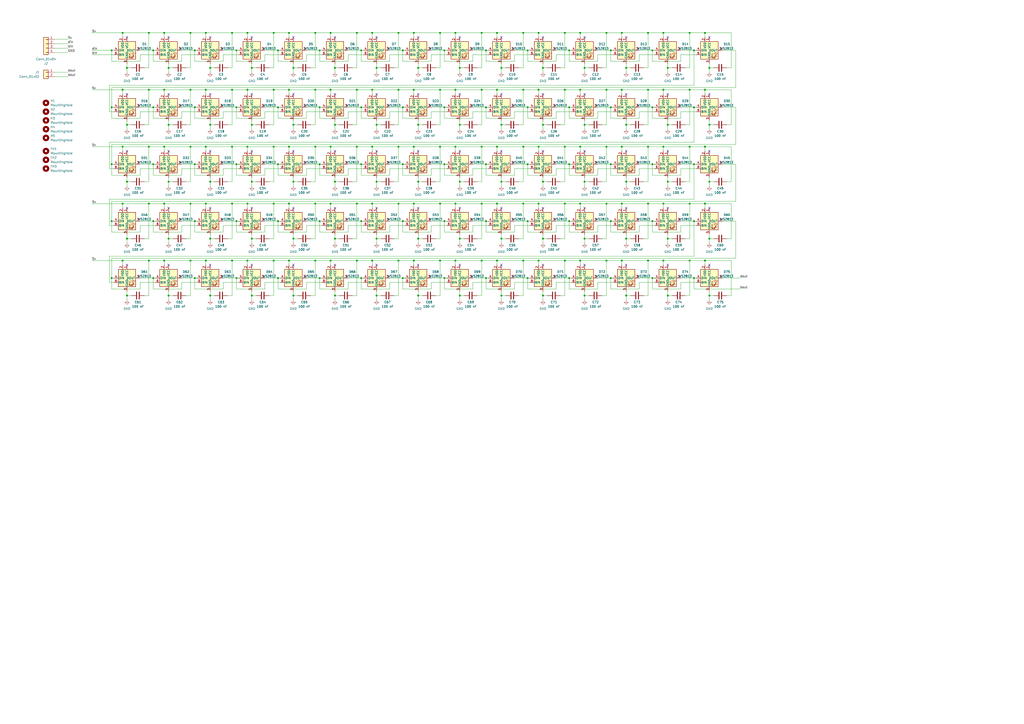
<source format=kicad_sch>
(kicad_sch (version 20230121) (generator eeschema)
  (paper "A2")
  (junction (at 167.64 151.13))
  (junction (at 339.09 39.37))
  (junction (at 161.29 29.21))
  (junction (at 110.49 85.09))
  (junction (at 351.79 85.09))
  (junction (at 408.94 19.05))
  (junction (at 185.42 128.27))
  (junction (at 303.53 19.05))
  (junction (at 408.94 85.09))
  (junction (at 113.03 62.23))
  (junction (at 384.81 19.05))
  (junction (at 266.7 138.43))
  (junction (at 158.75 19.05))
  (junction (at 351.79 118.11))
  (junction (at 215.9 118.11))
  (junction (at 233.68 62.23))
  (junction (at 363.22 138.43))
  (junction (at 88.9 161.29))
  (junction (at 360.68 19.05))
  (junction (at 240.03 52.07))
  (junction (at 209.55 128.27))
  (junction (at 257.81 95.25))
  (junction (at 264.16 52.07))
  (junction (at 279.4 19.05))
  (junction (at 242.57 171.45))
  (junction (at 402.59 128.27))
  (junction (at 95.25 19.05))
  (junction (at 255.27 85.09))
  (junction (at 384.81 151.13))
  (junction (at 242.57 72.39))
  (junction (at 255.27 52.07))
  (junction (at 95.25 151.13))
  (junction (at 354.33 62.23))
  (junction (at 119.38 19.05))
  (junction (at 411.48 105.41))
  (junction (at 242.57 138.43))
  (junction (at 143.51 85.09))
  (junction (at 306.07 95.25))
  (junction (at 363.22 171.45))
  (junction (at 303.53 85.09))
  (junction (at 408.94 118.11))
  (junction (at 266.7 171.45))
  (junction (at 327.66 52.07))
  (junction (at 411.48 72.39))
  (junction (at 191.77 19.05))
  (junction (at 290.83 72.39))
  (junction (at 110.49 118.11))
  (junction (at 137.16 29.21))
  (junction (at 264.16 19.05))
  (junction (at 363.22 105.41))
  (junction (at 64.77 161.29))
  (junction (at 233.68 95.25))
  (junction (at 264.16 118.11))
  (junction (at 170.18 39.37))
  (junction (at 167.64 19.05))
  (junction (at 231.14 52.07))
  (junction (at 306.07 161.29))
  (junction (at 402.59 29.21))
  (junction (at 288.29 19.05))
  (junction (at 266.7 72.39))
  (junction (at 330.2 95.25))
  (junction (at 71.12 118.11))
  (junction (at 97.79 105.41))
  (junction (at 86.36 151.13))
  (junction (at 137.16 95.25))
  (junction (at 375.92 85.09))
  (junction (at 119.38 52.07))
  (junction (at 290.83 39.37))
  (junction (at 303.53 52.07))
  (junction (at 400.05 85.09))
  (junction (at 167.64 85.09))
  (junction (at 240.03 151.13))
  (junction (at 170.18 105.41))
  (junction (at 134.62 85.09))
  (junction (at 215.9 85.09))
  (junction (at 170.18 72.39))
  (junction (at 218.44 39.37))
  (junction (at 339.09 171.45))
  (junction (at 137.16 128.27))
  (junction (at 314.96 72.39))
  (junction (at 387.35 72.39))
  (junction (at 194.31 171.45))
  (junction (at 194.31 138.43))
  (junction (at 378.46 95.25))
  (junction (at 121.92 138.43))
  (junction (at 119.38 118.11))
  (junction (at 119.38 85.09))
  (junction (at 327.66 151.13))
  (junction (at 363.22 72.39))
  (junction (at 86.36 52.07))
  (junction (at 182.88 151.13))
  (junction (at 281.94 62.23))
  (junction (at 354.33 29.21))
  (junction (at 400.05 118.11))
  (junction (at 288.29 151.13))
  (junction (at 218.44 105.41))
  (junction (at 402.59 161.29))
  (junction (at 73.66 138.43))
  (junction (at 375.92 151.13))
  (junction (at 143.51 118.11))
  (junction (at 218.44 171.45))
  (junction (at 64.77 128.27))
  (junction (at 378.46 62.23))
  (junction (at 185.42 62.23))
  (junction (at 110.49 151.13))
  (junction (at 121.92 39.37))
  (junction (at 182.88 118.11))
  (junction (at 191.77 85.09))
  (junction (at 134.62 118.11))
  (junction (at 215.9 19.05))
  (junction (at 233.68 128.27))
  (junction (at 161.29 128.27))
  (junction (at 375.92 19.05))
  (junction (at 167.64 52.07))
  (junction (at 400.05 151.13))
  (junction (at 400.05 19.05))
  (junction (at 240.03 85.09))
  (junction (at 64.77 95.25))
  (junction (at 143.51 52.07))
  (junction (at 314.96 39.37))
  (junction (at 170.18 138.43))
  (junction (at 411.48 39.37))
  (junction (at 158.75 52.07))
  (junction (at 387.35 39.37))
  (junction (at 281.94 95.25))
  (junction (at 257.81 62.23))
  (junction (at 266.7 105.41))
  (junction (at 170.18 171.45))
  (junction (at 194.31 72.39))
  (junction (at 71.12 151.13))
  (junction (at 110.49 52.07))
  (junction (at 312.42 52.07))
  (junction (at 312.42 118.11))
  (junction (at 88.9 29.21))
  (junction (at 336.55 52.07))
  (junction (at 384.81 52.07))
  (junction (at 387.35 171.45))
  (junction (at 185.42 161.29))
  (junction (at 207.01 52.07))
  (junction (at 88.9 62.23))
  (junction (at 387.35 138.43))
  (junction (at 97.79 138.43))
  (junction (at 73.66 171.45))
  (junction (at 95.25 118.11))
  (junction (at 281.94 128.27))
  (junction (at 242.57 39.37))
  (junction (at 375.92 118.11))
  (junction (at 360.68 85.09))
  (junction (at 281.94 161.29))
  (junction (at 134.62 19.05))
  (junction (at 306.07 128.27))
  (junction (at 231.14 19.05))
  (junction (at 378.46 161.29))
  (junction (at 231.14 85.09))
  (junction (at 378.46 29.21))
  (junction (at 158.75 85.09))
  (junction (at 167.64 118.11))
  (junction (at 137.16 161.29))
  (junction (at 161.29 161.29))
  (junction (at 158.75 118.11))
  (junction (at 360.68 151.13))
  (junction (at 336.55 151.13))
  (junction (at 400.05 52.07))
  (junction (at 191.77 118.11))
  (junction (at 191.77 52.07))
  (junction (at 314.96 138.43))
  (junction (at 73.66 39.37))
  (junction (at 64.77 62.23))
  (junction (at 182.88 85.09))
  (junction (at 257.81 161.29))
  (junction (at 408.94 151.13))
  (junction (at 303.53 118.11))
  (junction (at 402.59 95.25))
  (junction (at 290.83 171.45))
  (junction (at 194.31 105.41))
  (junction (at 255.27 118.11))
  (junction (at 312.42 151.13))
  (junction (at 137.16 62.23))
  (junction (at 143.51 19.05))
  (junction (at 97.79 39.37))
  (junction (at 327.66 19.05))
  (junction (at 146.05 72.39))
  (junction (at 209.55 29.21))
  (junction (at 146.05 171.45))
  (junction (at 146.05 105.41))
  (junction (at 95.25 85.09))
  (junction (at 279.4 52.07))
  (junction (at 306.07 29.21))
  (junction (at 336.55 85.09))
  (junction (at 336.55 19.05))
  (junction (at 207.01 151.13))
  (junction (at 207.01 19.05))
  (junction (at 185.42 29.21))
  (junction (at 264.16 85.09))
  (junction (at 264.16 151.13))
  (junction (at 71.12 52.07))
  (junction (at 242.57 105.41))
  (junction (at 384.81 85.09))
  (junction (at 354.33 161.29))
  (junction (at 73.66 105.41))
  (junction (at 330.2 161.29))
  (junction (at 327.66 85.09))
  (junction (at 257.81 128.27))
  (junction (at 233.68 29.21))
  (junction (at 339.09 138.43))
  (junction (at 121.92 171.45))
  (junction (at 375.92 52.07))
  (junction (at 207.01 85.09))
  (junction (at 330.2 62.23))
  (junction (at 110.49 19.05))
  (junction (at 231.14 151.13))
  (junction (at 233.68 161.29))
  (junction (at 113.03 95.25))
  (junction (at 182.88 19.05))
  (junction (at 330.2 128.27))
  (junction (at 288.29 52.07))
  (junction (at 351.79 52.07))
  (junction (at 279.4 85.09))
  (junction (at 191.77 151.13))
  (junction (at 257.81 29.21))
  (junction (at 88.9 95.25))
  (junction (at 95.25 52.07))
  (junction (at 215.9 151.13))
  (junction (at 64.77 29.21))
  (junction (at 312.42 85.09))
  (junction (at 339.09 72.39))
  (junction (at 360.68 52.07))
  (junction (at 185.42 95.25))
  (junction (at 134.62 151.13))
  (junction (at 306.07 62.23))
  (junction (at 314.96 105.41))
  (junction (at 255.27 19.05))
  (junction (at 240.03 19.05))
  (junction (at 71.12 19.05))
  (junction (at 360.68 118.11))
  (junction (at 158.75 151.13))
  (junction (at 351.79 19.05))
  (junction (at 281.94 29.21))
  (junction (at 231.14 118.11))
  (junction (at 71.12 85.09))
  (junction (at 354.33 128.27))
  (junction (at 73.66 72.39))
  (junction (at 215.9 52.07))
  (junction (at 182.88 52.07))
  (junction (at 288.29 118.11))
  (junction (at 411.48 171.45))
  (junction (at 279.4 118.11))
  (junction (at 86.36 85.09))
  (junction (at 411.48 138.43))
  (junction (at 143.51 151.13))
  (junction (at 146.05 39.37))
  (junction (at 336.55 118.11))
  (junction (at 288.29 85.09))
  (junction (at 113.03 29.21))
  (junction (at 134.62 52.07))
  (junction (at 387.35 105.41))
  (junction (at 113.03 128.27))
  (junction (at 209.55 62.23))
  (junction (at 279.4 151.13))
  (junction (at 119.38 151.13))
  (junction (at 161.29 95.25))
  (junction (at 266.7 39.37))
  (junction (at 97.79 72.39))
  (junction (at 207.01 118.11))
  (junction (at 161.29 62.23))
  (junction (at 121.92 72.39))
  (junction (at 327.66 118.11))
  (junction (at 354.33 95.25))
  (junction (at 290.83 105.41))
  (junction (at 384.81 118.11))
  (junction (at 209.55 161.29))
  (junction (at 303.53 151.13))
  (junction (at 363.22 39.37))
  (junction (at 218.44 138.43))
  (junction (at 240.03 118.11))
  (junction (at 121.92 105.41))
  (junction (at 402.59 62.23))
  (junction (at 194.31 39.37))
  (junction (at 330.2 29.21))
  (junction (at 97.79 171.45))
  (junction (at 351.79 151.13))
  (junction (at 408.94 52.07))
  (junction (at 312.42 19.05))
  (junction (at 209.55 95.25))
  (junction (at 314.96 171.45))
  (junction (at 255.27 151.13))
  (junction (at 218.44 72.39))
  (junction (at 378.46 128.27))
  (junction (at 339.09 105.41))
  (junction (at 290.83 138.43))
  (junction (at 146.05 138.43))
  (junction (at 86.36 19.05))
  (junction (at 113.03 161.29))
  (junction (at 88.9 128.27))
  (junction (at 86.36 118.11))
  (no_connect (at 194.31 87.63))
  (no_connect (at 97.79 54.61))
  (no_connect (at 242.57 87.63))
  (no_connect (at 387.35 120.65))
  (no_connect (at 194.31 21.59))
  (no_connect (at 194.31 120.65))
  (no_connect (at 146.05 21.59))
  (no_connect (at 339.09 120.65))
  (no_connect (at 97.79 120.65))
  (no_connect (at 146.05 120.65))
  (no_connect (at 97.79 87.63))
  (no_connect (at 73.66 54.61))
  (no_connect (at 266.7 153.67))
  (no_connect (at 146.05 153.67))
  (no_connect (at 218.44 120.65))
  (no_connect (at 218.44 153.67))
  (no_connect (at 146.05 54.61))
  (no_connect (at 339.09 153.67))
  (no_connect (at 411.48 54.61))
  (no_connect (at 411.48 120.65))
  (no_connect (at 363.22 87.63))
  (no_connect (at 170.18 54.61))
  (no_connect (at 218.44 54.61))
  (no_connect (at 387.35 54.61))
  (no_connect (at 363.22 153.67))
  (no_connect (at 121.92 87.63))
  (no_connect (at 266.7 21.59))
  (no_connect (at 339.09 21.59))
  (no_connect (at 314.96 54.61))
  (no_connect (at 146.05 87.63))
  (no_connect (at 314.96 120.65))
  (no_connect (at 411.48 153.67))
  (no_connect (at 73.66 153.67))
  (no_connect (at 170.18 153.67))
  (no_connect (at 218.44 21.59))
  (no_connect (at 314.96 87.63))
  (no_connect (at 73.66 120.65))
  (no_connect (at 363.22 21.59))
  (no_connect (at 170.18 21.59))
  (no_connect (at 121.92 153.67))
  (no_connect (at 314.96 21.59))
  (no_connect (at 170.18 87.63))
  (no_connect (at 218.44 87.63))
  (no_connect (at 290.83 21.59))
  (no_connect (at 266.7 120.65))
  (no_connect (at 121.92 120.65))
  (no_connect (at 194.31 153.67))
  (no_connect (at 363.22 120.65))
  (no_connect (at 242.57 21.59))
  (no_connect (at 121.92 21.59))
  (no_connect (at 121.92 54.61))
  (no_connect (at 242.57 120.65))
  (no_connect (at 290.83 153.67))
  (no_connect (at 97.79 153.67))
  (no_connect (at 363.22 54.61))
  (no_connect (at 242.57 54.61))
  (no_connect (at 194.31 54.61))
  (no_connect (at 290.83 87.63))
  (no_connect (at 387.35 21.59))
  (no_connect (at 242.57 153.67))
  (no_connect (at 339.09 54.61))
  (no_connect (at 387.35 87.63))
  (no_connect (at 170.18 120.65))
  (no_connect (at 314.96 153.67))
  (no_connect (at 411.48 87.63))
  (no_connect (at 266.7 54.61))
  (no_connect (at 290.83 54.61))
  (no_connect (at 411.48 21.59))
  (no_connect (at 290.83 120.65))
  (no_connect (at 266.7 87.63))
  (no_connect (at 97.79 21.59))
  (no_connect (at 387.35 153.67))
  (no_connect (at 73.66 21.59))
  (no_connect (at 339.09 87.63))
  (no_connect (at 73.66 87.63))
  (wire (pts (xy 201.93 134.62) (xy 185.42 134.62)))
  (wire (pts (xy 394.97 130.81) (xy 403.86 130.81)))
  (wire (pts (xy 233.68 161.29) (xy 234.95 161.29)))
  (wire (pts (xy 298.45 62.23) (xy 306.07 62.23)))
  (wire (pts (xy 322.58 130.81) (xy 331.47 130.81)))
  (wire (pts (xy 370.84 29.21) (xy 378.46 29.21)))
  (wire (pts (xy 400.05 151.13) (xy 384.81 151.13)))
  (wire (pts (xy 314.96 168.91) (xy 314.96 171.45)))
  (wire (pts (xy 400.05 85.09) (xy 408.94 85.09)))
  (wire (pts (xy 182.88 105.41) (xy 182.88 85.09)))
  (wire (pts (xy 113.03 134.62) (xy 113.03 128.27)))
  (wire (pts (xy 201.93 97.79) (xy 210.82 97.79)))
  (wire (pts (xy 360.68 87.63) (xy 360.68 85.09)))
  (wire (pts (xy 161.29 161.29) (xy 162.56 161.29)))
  (wire (pts (xy 351.79 85.09) (xy 360.68 85.09)))
  (wire (pts (xy 209.55 167.64) (xy 209.55 161.29)))
  (wire (pts (xy 83.82 105.41) (xy 86.36 105.41)))
  (wire (pts (xy 146.05 72.39) (xy 146.05 74.93)))
  (wire (pts (xy 31.75 41.91) (xy 39.37 41.91)))
  (wire (pts (xy 242.57 171.45) (xy 242.57 173.99)))
  (wire (pts (xy 370.84 64.77) (xy 370.84 68.58)))
  (wire (pts (xy 73.66 102.87) (xy 73.66 105.41)))
  (wire (pts (xy 73.66 135.89) (xy 73.66 138.43)))
  (wire (pts (xy 201.93 64.77) (xy 201.93 68.58)))
  (wire (pts (xy 95.25 87.63) (xy 95.25 85.09)))
  (wire (pts (xy 274.32 161.29) (xy 281.94 161.29)))
  (wire (pts (xy 375.92 52.07) (xy 360.68 52.07)))
  (wire (pts (xy 81.28 95.25) (xy 88.9 95.25)))
  (wire (pts (xy 363.22 69.85) (xy 363.22 72.39)))
  (wire (pts (xy 330.2 161.29) (xy 331.47 161.29)))
  (wire (pts (xy 411.48 138.43) (xy 414.02 138.43)))
  (wire (pts (xy 384.81 120.65) (xy 384.81 118.11)))
  (wire (pts (xy 158.75 72.39) (xy 158.75 52.07)))
  (wire (pts (xy 250.19 29.21) (xy 257.81 29.21)))
  (wire (pts (xy 81.28 97.79) (xy 90.17 97.79)))
  (wire (pts (xy 274.32 29.21) (xy 281.94 29.21)))
  (wire (pts (xy 327.66 85.09) (xy 312.42 85.09)))
  (wire (pts (xy 191.77 120.65) (xy 191.77 118.11)))
  (wire (pts (xy 303.53 118.11) (xy 312.42 118.11)))
  (wire (pts (xy 146.05 105.41) (xy 148.59 105.41)))
  (wire (pts (xy 132.08 105.41) (xy 134.62 105.41)))
  (wire (pts (xy 86.36 85.09) (xy 95.25 85.09)))
  (wire (pts (xy 194.31 105.41) (xy 196.85 105.41)))
  (wire (pts (xy 424.18 151.13) (xy 408.94 151.13)))
  (wire (pts (xy 351.79 171.45) (xy 351.79 151.13)))
  (wire (pts (xy 255.27 52.07) (xy 240.03 52.07)))
  (wire (pts (xy 394.97 163.83) (xy 394.97 167.64)))
  (wire (pts (xy 378.46 35.56) (xy 378.46 29.21)))
  (wire (pts (xy 298.45 64.77) (xy 307.34 64.77)))
  (wire (pts (xy 351.79 151.13) (xy 360.68 151.13)))
  (wire (pts (xy 250.19 68.58) (xy 233.68 68.58)))
  (wire (pts (xy 351.79 19.05) (xy 336.55 19.05)))
  (wire (pts (xy 351.79 39.37) (xy 351.79 19.05)))
  (wire (pts (xy 330.2 128.27) (xy 331.47 128.27)))
  (wire (pts (xy 143.51 21.59) (xy 143.51 19.05)))
  (wire (pts (xy 327.66 138.43) (xy 327.66 118.11)))
  (wire (pts (xy 279.4 39.37) (xy 279.4 19.05)))
  (wire (pts (xy 194.31 105.41) (xy 194.31 107.95)))
  (wire (pts (xy 411.48 36.83) (xy 411.48 39.37)))
  (wire (pts (xy 378.46 128.27) (xy 379.73 128.27)))
  (wire (pts (xy 274.32 68.58) (xy 257.81 68.58)))
  (wire (pts (xy 298.45 167.64) (xy 281.94 167.64)))
  (wire (pts (xy 257.81 128.27) (xy 259.08 128.27)))
  (wire (pts (xy 207.01 85.09) (xy 191.77 85.09)))
  (wire (pts (xy 132.08 138.43) (xy 134.62 138.43)))
  (wire (pts (xy 339.09 36.83) (xy 339.09 39.37)))
  (wire (pts (xy 387.35 105.41) (xy 389.89 105.41)))
  (wire (pts (xy 218.44 138.43) (xy 218.44 140.97)))
  (wire (pts (xy 207.01 118.11) (xy 215.9 118.11)))
  (wire (pts (xy 153.67 167.64) (xy 137.16 167.64)))
  (wire (pts (xy 426.72 95.25) (xy 419.1 95.25)))
  (wire (pts (xy 153.67 163.83) (xy 162.56 163.83)))
  (wire (pts (xy 354.33 161.29) (xy 355.6 161.29)))
  (wire (pts (xy 64.77 50.8) (xy 426.72 50.8)))
  (wire (pts (xy 314.96 105.41) (xy 317.5 105.41)))
  (wire (pts (xy 86.36 118.11) (xy 95.25 118.11)))
  (wire (pts (xy 402.59 161.29) (xy 402.59 167.64)))
  (wire (pts (xy 411.48 105.41) (xy 411.48 107.95)))
  (wire (pts (xy 121.92 39.37) (xy 124.46 39.37)))
  (wire (pts (xy 322.58 128.27) (xy 330.2 128.27)))
  (wire (pts (xy 373.38 171.45) (xy 375.92 171.45)))
  (wire (pts (xy 274.32 128.27) (xy 281.94 128.27)))
  (wire (pts (xy 346.71 97.79) (xy 355.6 97.79)))
  (wire (pts (xy 63.5 49.53) (xy 402.59 49.53)))
  (wire (pts (xy 354.33 35.56) (xy 354.33 29.21)))
  (wire (pts (xy 346.71 130.81) (xy 355.6 130.81)))
  (wire (pts (xy 161.29 95.25) (xy 162.56 95.25)))
  (wire (pts (xy 346.71 134.62) (xy 330.2 134.62)))
  (wire (pts (xy 194.31 135.89) (xy 194.31 138.43)))
  (wire (pts (xy 327.66 118.11) (xy 312.42 118.11)))
  (wire (pts (xy 322.58 163.83) (xy 322.58 167.64)))
  (wire (pts (xy 354.33 134.62) (xy 354.33 128.27)))
  (wire (pts (xy 86.36 118.11) (xy 71.12 118.11)))
  (wire (pts (xy 167.64 120.65) (xy 167.64 118.11)))
  (wire (pts (xy 146.05 72.39) (xy 148.59 72.39)))
  (wire (pts (xy 252.73 171.45) (xy 255.27 171.45)))
  (wire (pts (xy 137.16 167.64) (xy 137.16 161.29)))
  (wire (pts (xy 105.41 29.21) (xy 113.03 29.21)))
  (wire (pts (xy 201.93 101.6) (xy 185.42 101.6)))
  (wire (pts (xy 81.28 97.79) (xy 81.28 101.6)))
  (wire (pts (xy 312.42 87.63) (xy 312.42 85.09)))
  (wire (pts (xy 95.25 21.59) (xy 95.25 19.05)))
  (wire (pts (xy 182.88 72.39) (xy 182.88 52.07)))
  (wire (pts (xy 105.41 64.77) (xy 105.41 68.58)))
  (wire (pts (xy 209.55 62.23) (xy 210.82 62.23)))
  (wire (pts (xy 397.51 105.41) (xy 400.05 105.41)))
  (wire (pts (xy 351.79 72.39) (xy 351.79 52.07)))
  (wire (pts (xy 298.45 29.21) (xy 306.07 29.21)))
  (wire (pts (xy 231.14 151.13) (xy 215.9 151.13)))
  (wire (pts (xy 137.16 95.25) (xy 138.43 95.25)))
  (wire (pts (xy 298.45 97.79) (xy 298.45 101.6)))
  (wire (pts (xy 194.31 72.39) (xy 194.31 74.93)))
  (wire (pts (xy 218.44 135.89) (xy 218.44 138.43)))
  (wire (pts (xy 233.68 167.64) (xy 233.68 161.29)))
  (wire (pts (xy 279.4 151.13) (xy 264.16 151.13)))
  (wire (pts (xy 113.03 128.27) (xy 114.3 128.27)))
  (wire (pts (xy 402.59 161.29) (xy 403.86 161.29)))
  (wire (pts (xy 129.54 134.62) (xy 113.03 134.62)))
  (wire (pts (xy 327.66 39.37) (xy 327.66 19.05)))
  (wire (pts (xy 363.22 39.37) (xy 365.76 39.37)))
  (wire (pts (xy 218.44 69.85) (xy 218.44 72.39)))
  (wire (pts (xy 161.29 101.6) (xy 161.29 95.25)))
  (wire (pts (xy 110.49 138.43) (xy 110.49 118.11)))
  (wire (pts (xy 201.93 163.83) (xy 201.93 167.64)))
  (wire (pts (xy 250.19 95.25) (xy 257.81 95.25)))
  (wire (pts (xy 411.48 105.41) (xy 414.02 105.41)))
  (wire (pts (xy 134.62 171.45) (xy 134.62 151.13)))
  (wire (pts (xy 110.49 85.09) (xy 95.25 85.09)))
  (wire (pts (xy 161.29 68.58) (xy 161.29 62.23)))
  (wire (pts (xy 266.7 105.41) (xy 269.24 105.41)))
  (wire (pts (xy 134.62 19.05) (xy 143.51 19.05)))
  (wire (pts (xy 354.33 101.6) (xy 354.33 95.25)))
  (wire (pts (xy 242.57 171.45) (xy 245.11 171.45)))
  (wire (pts (xy 264.16 153.67) (xy 264.16 151.13)))
  (wire (pts (xy 182.88 85.09) (xy 191.77 85.09)))
  (wire (pts (xy 110.49 118.11) (xy 119.38 118.11)))
  (wire (pts (xy 110.49 171.45) (xy 110.49 151.13)))
  (wire (pts (xy 121.92 171.45) (xy 121.92 173.99)))
  (wire (pts (xy 339.09 171.45) (xy 341.63 171.45)))
  (wire (pts (xy 97.79 72.39) (xy 97.79 74.93)))
  (wire (pts (xy 400.05 19.05) (xy 384.81 19.05)))
  (wire (pts (xy 354.33 167.64) (xy 354.33 161.29)))
  (wire (pts (xy 322.58 31.75) (xy 322.58 35.56)))
  (wire (pts (xy 330.2 35.56) (xy 330.2 29.21)))
  (wire (pts (xy 182.88 151.13) (xy 191.77 151.13)))
  (wire (pts (xy 119.38 54.61) (xy 119.38 52.07)))
  (wire (pts (xy 250.19 97.79) (xy 250.19 101.6)))
  (wire (pts (xy 314.96 72.39) (xy 314.96 74.93)))
  (wire (pts (xy 231.14 171.45) (xy 231.14 151.13)))
  (wire (pts (xy 349.25 138.43) (xy 351.79 138.43)))
  (wire (pts (xy 322.58 134.62) (xy 306.07 134.62)))
  (wire (pts (xy 156.21 72.39) (xy 158.75 72.39)))
  (wire (pts (xy 170.18 102.87) (xy 170.18 105.41)))
  (wire (pts (xy 411.48 171.45) (xy 414.02 171.45)))
  (wire (pts (xy 351.79 52.07) (xy 336.55 52.07)))
  (wire (pts (xy 129.54 97.79) (xy 138.43 97.79)))
  (wire (pts (xy 180.34 171.45) (xy 182.88 171.45)))
  (wire (pts (xy 303.53 138.43) (xy 303.53 118.11)))
  (wire (pts (xy 209.55 29.21) (xy 210.82 29.21)))
  (wire (pts (xy 146.05 138.43) (xy 148.59 138.43)))
  (wire (pts (xy 375.92 85.09) (xy 360.68 85.09)))
  (wire (pts (xy 129.54 64.77) (xy 138.43 64.77)))
  (wire (pts (xy 204.47 138.43) (xy 207.01 138.43)))
  (wire (pts (xy 209.55 161.29) (xy 210.82 161.29)))
  (wire (pts (xy 290.83 72.39) (xy 290.83 74.93)))
  (wire (pts (xy 105.41 64.77) (xy 114.3 64.77)))
  (wire (pts (xy 306.07 95.25) (xy 307.34 95.25)))
  (wire (pts (xy 105.41 128.27) (xy 113.03 128.27)))
  (wire (pts (xy 387.35 69.85) (xy 387.35 72.39)))
  (wire (pts (xy 303.53 105.41) (xy 303.53 85.09)))
  (wire (pts (xy 306.07 62.23) (xy 307.34 62.23)))
  (wire (pts (xy 421.64 138.43) (xy 424.18 138.43)))
  (wire (pts (xy 110.49 52.07) (xy 119.38 52.07)))
  (wire (pts (xy 426.72 62.23) (xy 419.1 62.23)))
  (wire (pts (xy 276.86 105.41) (xy 279.4 105.41)))
  (wire (pts (xy 177.8 95.25) (xy 185.42 95.25)))
  (wire (pts (xy 411.48 102.87) (xy 411.48 105.41)))
  (wire (pts (xy 327.66 171.45) (xy 327.66 151.13)))
  (wire (pts (xy 153.67 29.21) (xy 161.29 29.21)))
  (wire (pts (xy 226.06 97.79) (xy 226.06 101.6)))
  (wire (pts (xy 64.77 128.27) (xy 64.77 116.84)))
  (wire (pts (xy 137.16 29.21) (xy 138.43 29.21)))
  (wire (pts (xy 322.58 161.29) (xy 330.2 161.29)))
  (wire (pts (xy 201.93 167.64) (xy 185.42 167.64)))
  (wire (pts (xy 95.25 120.65) (xy 95.25 118.11)))
  (wire (pts (xy 370.84 64.77) (xy 379.73 64.77)))
  (wire (pts (xy 170.18 171.45) (xy 170.18 173.99)))
  (wire (pts (xy 88.9 167.64) (xy 88.9 161.29)))
  (wire (pts (xy 394.97 167.64) (xy 378.46 167.64)))
  (wire (pts (xy 303.53 39.37) (xy 303.53 19.05)))
  (wire (pts (xy 228.6 138.43) (xy 231.14 138.43)))
  (wire (pts (xy 110.49 85.09) (xy 119.38 85.09)))
  (wire (pts (xy 370.84 161.29) (xy 378.46 161.29)))
  (wire (pts (xy 64.77 29.21) (xy 66.04 29.21)))
  (wire (pts (xy 276.86 171.45) (xy 279.4 171.45)))
  (wire (pts (xy 110.49 19.05) (xy 119.38 19.05)))
  (wire (pts (xy 209.55 95.25) (xy 210.82 95.25)))
  (wire (pts (xy 257.81 101.6) (xy 257.81 95.25)))
  (wire (pts (xy 177.8 130.81) (xy 186.69 130.81)))
  (wire (pts (xy 146.05 39.37) (xy 146.05 41.91)))
  (wire (pts (xy 325.12 171.45) (xy 327.66 171.45)))
  (wire (pts (xy 121.92 69.85) (xy 121.92 72.39)))
  (wire (pts (xy 71.12 52.07) (xy 71.12 54.61)))
  (wire (pts (xy 400.05 171.45) (xy 400.05 151.13)))
  (wire (pts (xy 137.16 101.6) (xy 137.16 95.25)))
  (wire (pts (xy 325.12 39.37) (xy 327.66 39.37)))
  (wire (pts (xy 242.57 168.91) (xy 242.57 171.45)))
  (wire (pts (xy 110.49 151.13) (xy 95.25 151.13)))
  (wire (pts (xy 207.01 138.43) (xy 207.01 118.11)))
  (wire (pts (xy 161.29 167.64) (xy 161.29 161.29)))
  (wire (pts (xy 170.18 105.41) (xy 172.72 105.41)))
  (wire (pts (xy 64.77 95.25) (xy 66.04 95.25)))
  (wire (pts (xy 255.27 105.41) (xy 255.27 85.09)))
  (wire (pts (xy 113.03 29.21) (xy 114.3 29.21)))
  (wire (pts (xy 226.06 161.29) (xy 233.68 161.29)))
  (wire (pts (xy 53.34 52.07) (xy 71.12 52.07)))
  (wire (pts (xy 363.22 39.37) (xy 363.22 41.91)))
  (wire (pts (xy 274.32 134.62) (xy 257.81 134.62)))
  (wire (pts (xy 257.81 29.21) (xy 259.08 29.21)))
  (wire (pts (xy 250.19 161.29) (xy 257.81 161.29)))
  (wire (pts (xy 346.71 31.75) (xy 346.71 35.56)))
  (wire (pts (xy 97.79 72.39) (xy 100.33 72.39)))
  (wire (pts (xy 185.42 29.21) (xy 186.69 29.21)))
  (wire (pts (xy 306.07 68.58) (xy 306.07 62.23)))
  (wire (pts (xy 281.94 35.56) (xy 281.94 29.21)))
  (wire (pts (xy 298.45 163.83) (xy 307.34 163.83)))
  (wire (pts (xy 129.54 62.23) (xy 137.16 62.23)))
  (wire (pts (xy 397.51 138.43) (xy 400.05 138.43)))
  (wire (pts (xy 185.42 101.6) (xy 185.42 95.25)))
  (wire (pts (xy 97.79 105.41) (xy 100.33 105.41)))
  (wire (pts (xy 105.41 35.56) (xy 88.9 35.56)))
  (wire (pts (xy 97.79 171.45) (xy 100.33 171.45)))
  (wire (pts (xy 363.22 135.89) (xy 363.22 138.43)))
  (wire (pts (xy 226.06 29.21) (xy 233.68 29.21)))
  (wire (pts (xy 233.68 29.21) (xy 234.95 29.21)))
  (wire (pts (xy 354.33 128.27) (xy 355.6 128.27)))
  (wire (pts (xy 290.83 138.43) (xy 293.37 138.43)))
  (wire (pts (xy 129.54 35.56) (xy 113.03 35.56)))
  (wire (pts (xy 207.01 85.09) (xy 215.9 85.09)))
  (wire (pts (xy 250.19 64.77) (xy 259.08 64.77)))
  (wire (pts (xy 180.34 72.39) (xy 182.88 72.39)))
  (wire (pts (xy 360.68 21.59) (xy 360.68 19.05)))
  (wire (pts (xy 81.28 68.58) (xy 64.77 68.58)))
  (wire (pts (xy 351.79 52.07) (xy 360.68 52.07)))
  (wire (pts (xy 161.29 29.21) (xy 162.56 29.21)))
  (wire (pts (xy 394.97 31.75) (xy 403.86 31.75)))
  (wire (pts (xy 105.41 101.6) (xy 88.9 101.6)))
  (wire (pts (xy 279.4 85.09) (xy 288.29 85.09)))
  (wire (pts (xy 129.54 130.81) (xy 138.43 130.81)))
  (wire (pts (xy 73.66 36.83) (xy 73.66 39.37)))
  (wire (pts (xy 419.1 161.29) (xy 429.26 161.29)))
  (wire (pts (xy 201.93 130.81) (xy 201.93 134.62)))
  (wire (pts (xy 194.31 39.37) (xy 194.31 41.91)))
  (wire (pts (xy 177.8 64.77) (xy 186.69 64.77)))
  (wire (pts (xy 119.38 120.65) (xy 119.38 118.11)))
  (wire (pts (xy 255.27 85.09) (xy 240.03 85.09)))
  (wire (pts (xy 158.75 151.13) (xy 167.64 151.13)))
  (wire (pts (xy 231.14 151.13) (xy 240.03 151.13)))
  (wire (pts (xy 146.05 138.43) (xy 146.05 140.97)))
  (wire (pts (xy 346.71 95.25) (xy 354.33 95.25)))
  (wire (pts (xy 170.18 39.37) (xy 172.72 39.37)))
  (wire (pts (xy 113.03 167.64) (xy 113.03 161.29)))
  (wire (pts (xy 201.93 31.75) (xy 210.82 31.75)))
  (wire (pts (xy 226.06 163.83) (xy 226.06 167.64)))
  (wire (pts (xy 349.25 39.37) (xy 351.79 39.37)))
  (wire (pts (xy 370.84 163.83) (xy 379.73 163.83)))
  (wire (pts (xy 255.27 85.09) (xy 264.16 85.09)))
  (wire (pts (xy 64.77 128.27) (xy 66.04 128.27)))
  (wire (pts (xy 402.59 148.59) (xy 402.59 128.27)))
  (wire (pts (xy 250.19 31.75) (xy 250.19 35.56)))
  (wire (pts (xy 218.44 102.87) (xy 218.44 105.41)))
  (wire (pts (xy 312.42 153.67) (xy 312.42 151.13)))
  (wire (pts (xy 167.64 87.63) (xy 167.64 85.09)))
  (wire (pts (xy 64.77 68.58) (xy 64.77 62.23)))
  (wire (pts (xy 97.79 105.41) (xy 97.79 107.95)))
  (wire (pts (xy 153.67 134.62) (xy 137.16 134.62)))
  (wire (pts (xy 394.97 29.21) (xy 402.59 29.21)))
  (wire (pts (xy 279.4 19.05) (xy 264.16 19.05)))
  (wire (pts (xy 204.47 171.45) (xy 207.01 171.45)))
  (wire (pts (xy 375.92 72.39) (xy 375.92 52.07)))
  (wire (pts (xy 156.21 138.43) (xy 158.75 138.43)))
  (wire (pts (xy 73.66 138.43) (xy 76.2 138.43)))
  (wire (pts (xy 339.09 72.39) (xy 339.09 74.93)))
  (wire (pts (xy 129.54 161.29) (xy 137.16 161.29)))
  (wire (pts (xy 384.81 153.67) (xy 384.81 151.13)))
  (wire (pts (xy 322.58 95.25) (xy 330.2 95.25)))
  (wire (pts (xy 257.81 134.62) (xy 257.81 128.27)))
  (wire (pts (xy 134.62 52.07) (xy 119.38 52.07)))
  (wire (pts (xy 180.34 105.41) (xy 182.88 105.41)))
  (wire (pts (xy 158.75 105.41) (xy 158.75 85.09)))
  (wire (pts (xy 81.28 29.21) (xy 88.9 29.21)))
  (wire (pts (xy 424.18 52.07) (xy 408.94 52.07)))
  (wire (pts (xy 207.01 118.11) (xy 191.77 118.11)))
  (wire (pts (xy 146.05 171.45) (xy 148.59 171.45)))
  (wire (pts (xy 288.29 120.65) (xy 288.29 118.11)))
  (wire (pts (xy 233.68 62.23) (xy 234.95 62.23)))
  (wire (pts (xy 170.18 72.39) (xy 172.72 72.39)))
  (wire (pts (xy 373.38 105.41) (xy 375.92 105.41)))
  (wire (pts (xy 107.95 72.39) (xy 110.49 72.39)))
  (wire (pts (xy 81.28 134.62) (xy 64.77 134.62)))
  (wire (pts (xy 143.51 120.65) (xy 143.51 118.11)))
  (wire (pts (xy 207.01 52.07) (xy 191.77 52.07)))
  (wire (pts (xy 351.79 118.11) (xy 336.55 118.11)))
  (wire (pts (xy 411.48 168.91) (xy 411.48 171.45)))
  (wire (pts (xy 88.9 128.27) (xy 90.17 128.27)))
  (wire (pts (xy 375.92 171.45) (xy 375.92 151.13)))
  (wire (pts (xy 424.18 171.45) (xy 424.18 151.13)))
  (wire (pts (xy 177.8 64.77) (xy 177.8 68.58)))
  (wire (pts (xy 314.96 105.41) (xy 314.96 107.95)))
  (wire (pts (xy 336.55 87.63) (xy 336.55 85.09)))
  (wire (pts (xy 215.9 153.67) (xy 215.9 151.13)))
  (wire (pts (xy 97.79 171.45) (xy 97.79 173.99)))
  (wire (pts (xy 194.31 171.45) (xy 196.85 171.45)))
  (wire (pts (xy 129.54 101.6) (xy 113.03 101.6)))
  (wire (pts (xy 298.45 31.75) (xy 307.34 31.75)))
  (wire (pts (xy 373.38 138.43) (xy 375.92 138.43)))
  (wire (pts (xy 31.75 22.86) (xy 39.37 22.86)))
  (wire (pts (xy 303.53 72.39) (xy 303.53 52.07)))
  (wire (pts (xy 402.59 62.23) (xy 403.86 62.23)))
  (wire (pts (xy 177.8 35.56) (xy 161.29 35.56)))
  (wire (pts (xy 31.75 30.48) (xy 39.37 30.48)))
  (wire (pts (xy 255.27 118.11) (xy 264.16 118.11)))
  (wire (pts (xy 339.09 39.37) (xy 339.09 41.91)))
  (wire (pts (xy 303.53 85.09) (xy 288.29 85.09)))
  (wire (pts (xy 226.06 64.77) (xy 234.95 64.77)))
  (wire (pts (xy 281.94 62.23) (xy 283.21 62.23)))
  (wire (pts (xy 257.81 35.56) (xy 257.81 29.21)))
  (wire (pts (xy 83.82 171.45) (xy 86.36 171.45)))
  (wire (pts (xy 400.05 151.13) (xy 408.94 151.13)))
  (wire (pts (xy 226.06 62.23) (xy 233.68 62.23)))
  (wire (pts (xy 132.08 171.45) (xy 134.62 171.45)))
  (wire (pts (xy 394.97 35.56) (xy 378.46 35.56)))
  (wire (pts (xy 298.45 161.29) (xy 306.07 161.29)))
  (wire (pts (xy 177.8 101.6) (xy 161.29 101.6)))
  (wire (pts (xy 400.05 52.07) (xy 408.94 52.07)))
  (wire (pts (xy 339.09 105.41) (xy 341.63 105.41)))
  (wire (pts (xy 378.46 134.62) (xy 378.46 128.27)))
  (wire (pts (xy 279.4 85.09) (xy 264.16 85.09)))
  (wire (pts (xy 180.34 39.37) (xy 182.88 39.37)))
  (wire (pts (xy 274.32 64.77) (xy 274.32 68.58)))
  (wire (pts (xy 177.8 29.21) (xy 185.42 29.21)))
  (wire (pts (xy 81.28 31.75) (xy 90.17 31.75)))
  (wire (pts (xy 298.45 134.62) (xy 281.94 134.62)))
  (wire (pts (xy 215.9 54.61) (xy 215.9 52.07)))
  (wire (pts (xy 288.29 54.61) (xy 288.29 52.07)))
  (wire (pts (xy 191.77 153.67) (xy 191.77 151.13)))
  (wire (pts (xy 185.42 95.25) (xy 186.69 95.25)))
  (wire (pts (xy 226.06 134.62) (xy 209.55 134.62)))
  (wire (pts (xy 81.28 101.6) (xy 64.77 101.6)))
  (wire (pts (xy 113.03 161.29) (xy 114.3 161.29)))
  (wire (pts (xy 64.77 83.82) (xy 426.72 83.82)))
  (wire (pts (xy 400.05 39.37) (xy 400.05 19.05)))
  (wire (pts (xy 394.97 163.83) (xy 403.86 163.83)))
  (wire (pts (xy 426.72 50.8) (xy 426.72 29.21)))
  (wire (pts (xy 274.32 163.83) (xy 283.21 163.83)))
  (wire (pts (xy 266.7 135.89) (xy 266.7 138.43)))
  (wire (pts (xy 137.16 68.58) (xy 137.16 62.23)))
  (wire (pts (xy 384.81 87.63) (xy 384.81 85.09)))
  (wire (pts (xy 298.45 163.83) (xy 298.45 167.64)))
  (wire (pts (xy 209.55 101.6) (xy 209.55 95.25)))
  (wire (pts (xy 105.41 97.79) (xy 114.3 97.79)))
  (wire (pts (xy 303.53 118.11) (xy 288.29 118.11)))
  (wire (pts (xy 177.8 163.83) (xy 186.69 163.83)))
  (wire (pts (xy 387.35 171.45) (xy 387.35 173.99)))
  (wire (pts (xy 279.4 151.13) (xy 288.29 151.13)))
  (wire (pts (xy 105.41 163.83) (xy 114.3 163.83)))
  (wire (pts (xy 314.96 171.45) (xy 317.5 171.45)))
  (wire (pts (xy 134.62 72.39) (xy 134.62 52.07)))
  (wire (pts (xy 215.9 120.65) (xy 215.9 118.11)))
  (wire (pts (xy 274.32 64.77) (xy 283.21 64.77)))
  (wire (pts (xy 81.28 64.77) (xy 81.28 68.58)))
  (wire (pts (xy 322.58 97.79) (xy 331.47 97.79)))
  (wire (pts (xy 121.92 138.43) (xy 121.92 140.97)))
  (wire (pts (xy 161.29 134.62) (xy 161.29 128.27)))
  (wire (pts (xy 134.62 151.13) (xy 143.51 151.13)))
  (wire (pts (xy 226.06 31.75) (xy 234.95 31.75)))
  (wire (pts (xy 170.18 135.89) (xy 170.18 138.43)))
  (wire (pts (xy 194.31 171.45) (xy 194.31 173.99)))
  (wire (pts (xy 182.88 19.05) (xy 167.64 19.05)))
  (wire (pts (xy 424.18 85.09) (xy 408.94 85.09)))
  (wire (pts (xy 240.03 153.67) (xy 240.03 151.13)))
  (wire (pts (xy 177.8 31.75) (xy 177.8 35.56)))
  (wire (pts (xy 281.94 95.25) (xy 283.21 95.25)))
  (wire (pts (xy 298.45 130.81) (xy 298.45 134.62)))
  (wire (pts (xy 226.06 128.27) (xy 233.68 128.27)))
  (wire (pts (xy 257.81 161.29) (xy 259.08 161.29)))
  (wire (pts (xy 129.54 64.77) (xy 129.54 68.58)))
  (wire (pts (xy 226.06 163.83) (xy 234.95 163.83)))
  (wire (pts (xy 97.79 138.43) (xy 100.33 138.43)))
  (wire (pts (xy 105.41 167.64) (xy 88.9 167.64)))
  (wire (pts (xy 218.44 72.39) (xy 218.44 74.93)))
  (wire (pts (xy 153.67 128.27) (xy 161.29 128.27)))
  (wire (pts (xy 394.97 95.25) (xy 402.59 95.25)))
  (wire (pts (xy 426.72 128.27) (xy 419.1 128.27)))
  (wire (pts (xy 298.45 130.81) (xy 307.34 130.81)))
  (wire (pts (xy 257.81 62.23) (xy 259.08 62.23)))
  (wire (pts (xy 346.71 64.77) (xy 346.71 68.58)))
  (wire (pts (xy 81.28 130.81) (xy 90.17 130.81)))
  (wire (pts (xy 290.83 171.45) (xy 293.37 171.45)))
  (wire (pts (xy 330.2 134.62) (xy 330.2 128.27)))
  (wire (pts (xy 110.49 39.37) (xy 110.49 19.05)))
  (wire (pts (xy 129.54 97.79) (xy 129.54 101.6)))
  (wire (pts (xy 228.6 72.39) (xy 231.14 72.39)))
  (wire (pts (xy 182.88 118.11) (xy 167.64 118.11)))
  (wire (pts (xy 327.66 118.11) (xy 336.55 118.11)))
  (wire (pts (xy 322.58 31.75) (xy 331.47 31.75)))
  (wire (pts (xy 327.66 151.13) (xy 336.55 151.13)))
  (wire (pts (xy 290.83 36.83) (xy 290.83 39.37)))
  (wire (pts (xy 158.75 151.13) (xy 143.51 151.13)))
  (wire (pts (xy 177.8 68.58) (xy 161.29 68.58)))
  (wire (pts (xy 242.57 135.89) (xy 242.57 138.43)))
  (wire (pts (xy 339.09 168.91) (xy 339.09 171.45)))
  (wire (pts (xy 113.03 101.6) (xy 113.03 95.25)))
  (wire (pts (xy 426.72 116.84) (xy 426.72 95.25)))
  (wire (pts (xy 143.51 87.63) (xy 143.51 85.09)))
  (wire (pts (xy 158.75 138.43) (xy 158.75 118.11)))
  (wire (pts (xy 314.96 72.39) (xy 317.5 72.39)))
  (wire (pts (xy 378.46 29.21) (xy 379.73 29.21)))
  (wire (pts (xy 170.18 69.85) (xy 170.18 72.39)))
  (wire (pts (xy 339.09 138.43) (xy 341.63 138.43)))
  (wire (pts (xy 134.62 52.07) (xy 143.51 52.07)))
  (wire (pts (xy 73.66 39.37) (xy 73.66 41.91)))
  (wire (pts (xy 322.58 62.23) (xy 330.2 62.23)))
  (wire (pts (xy 153.67 31.75) (xy 153.67 35.56)))
  (wire (pts (xy 266.7 105.41) (xy 266.7 107.95)))
  (wire (pts (xy 240.03 120.65) (xy 240.03 118.11)))
  (wire (pts (xy 177.8 97.79) (xy 177.8 101.6)))
  (wire (pts (xy 129.54 128.27) (xy 137.16 128.27)))
  (wire (pts (xy 351.79 151.13) (xy 336.55 151.13)))
  (wire (pts (xy 86.36 19.05) (xy 71.12 19.05)))
  (wire (pts (xy 134.62 39.37) (xy 134.62 19.05)))
  (wire (pts (xy 394.97 64.77) (xy 403.86 64.77)))
  (wire (pts (xy 201.93 29.21) (xy 209.55 29.21)))
  (wire (pts (xy 242.57 102.87) (xy 242.57 105.41)))
  (wire (pts (xy 110.49 19.05) (xy 95.25 19.05)))
  (wire (pts (xy 121.92 72.39) (xy 124.46 72.39)))
  (wire (pts (xy 31.75 25.4) (xy 39.37 25.4)))
  (wire (pts (xy 121.92 36.83) (xy 121.92 39.37)))
  (wire (pts (xy 201.93 95.25) (xy 209.55 95.25)))
  (wire (pts (xy 129.54 130.81) (xy 129.54 134.62)))
  (wire (pts (xy 250.19 62.23) (xy 257.81 62.23)))
  (wire (pts (xy 306.07 134.62) (xy 306.07 128.27)))
  (wire (pts (xy 252.73 72.39) (xy 255.27 72.39)))
  (wire (pts (xy 424.18 39.37) (xy 424.18 19.05)))
  (wire (pts (xy 182.88 19.05) (xy 191.77 19.05)))
  (wire (pts (xy 322.58 163.83) (xy 331.47 163.83)))
  (wire (pts (xy 218.44 138.43) (xy 220.98 138.43)))
  (wire (pts (xy 402.59 128.27) (xy 403.86 128.27)))
  (wire (pts (xy 134.62 85.09) (xy 143.51 85.09)))
  (wire (pts (xy 363.22 72.39) (xy 363.22 74.93)))
  (wire (pts (xy 194.31 36.83) (xy 194.31 39.37)))
  (wire (pts (xy 218.44 39.37) (xy 218.44 41.91)))
  (wire (pts (xy 194.31 138.43) (xy 196.85 138.43)))
  (wire (pts (xy 242.57 39.37) (xy 242.57 41.91)))
  (wire (pts (xy 177.8 134.62) (xy 161.29 134.62)))
  (wire (pts (xy 290.83 105.41) (xy 293.37 105.41)))
  (wire (pts (xy 363.22 168.91) (xy 363.22 171.45)))
  (wire (pts (xy 411.48 72.39) (xy 414.02 72.39)))
  (wire (pts (xy 201.93 161.29) (xy 209.55 161.29)))
  (wire (pts (xy 209.55 35.56) (xy 209.55 29.21)))
  (wire (pts (xy 363.22 171.45) (xy 363.22 173.99)))
  (wire (pts (xy 394.97 134.62) (xy 378.46 134.62)))
  (wire (pts (xy 363.22 171.45) (xy 365.76 171.45)))
  (wire (pts (xy 88.9 161.29) (xy 90.17 161.29)))
  (wire (pts (xy 231.14 19.05) (xy 215.9 19.05)))
  (wire (pts (xy 354.33 29.21) (xy 355.6 29.21)))
  (wire (pts (xy 113.03 62.23) (xy 114.3 62.23)))
  (wire (pts (xy 303.53 52.07) (xy 288.29 52.07)))
  (wire (pts (xy 351.79 105.41) (xy 351.79 85.09)))
  (wire (pts (xy 134.62 105.41) (xy 134.62 85.09)))
  (wire (pts (xy 264.16 54.61) (xy 264.16 52.07)))
  (wire (pts (xy 354.33 62.23) (xy 355.6 62.23)))
  (wire (pts (xy 402.59 167.64) (xy 429.26 167.64)))
  (wire (pts (xy 73.66 39.37) (xy 76.2 39.37)))
  (wire (pts (xy 303.53 19.05) (xy 288.29 19.05)))
  (wire (pts (xy 306.07 29.21) (xy 307.34 29.21)))
  (wire (pts (xy 53.34 29.21) (xy 64.77 29.21)))
  (wire (pts (xy 88.9 134.62) (xy 88.9 128.27)))
  (wire (pts (xy 113.03 35.56) (xy 113.03 29.21)))
  (wire (pts (xy 300.99 105.41) (xy 303.53 105.41)))
  (wire (pts (xy 266.7 168.91) (xy 266.7 171.45)))
  (wire (pts (xy 370.84 130.81) (xy 370.84 134.62)))
  (wire (pts (xy 153.67 101.6) (xy 137.16 101.6)))
  (wire (pts (xy 105.41 130.81) (xy 105.41 134.62)))
  (wire (pts (xy 279.4 118.11) (xy 288.29 118.11)))
  (wire (pts (xy 339.09 72.39) (xy 341.63 72.39)))
  (wire (pts (xy 279.4 19.05) (xy 288.29 19.05)))
  (wire (pts (xy 201.93 62.23) (xy 209.55 62.23)))
  (wire (pts (xy 274.32 95.25) (xy 281.94 95.25)))
  (wire (pts (xy 64.77 167.64) (xy 64.77 161.29)))
  (wire (pts (xy 290.83 168.91) (xy 290.83 171.45)))
  (wire (pts (xy 137.16 134.62) (xy 137.16 128.27)))
  (wire (pts (xy 86.36 105.41) (xy 86.36 85.09)))
  (wire (pts (xy 121.92 105.41) (xy 121.92 107.95)))
  (wire (pts (xy 97.79 36.83) (xy 97.79 39.37)))
  (wire (pts (xy 274.32 130.81) (xy 283.21 130.81)))
  (wire (pts (xy 97.79 39.37) (xy 100.33 39.37)))
  (wire (pts (xy 373.38 72.39) (xy 375.92 72.39)))
  (wire (pts (xy 400.05 118.11) (xy 384.81 118.11)))
  (wire (pts (xy 134.62 151.13) (xy 119.38 151.13)))
  (wire (pts (xy 88.9 62.23) (xy 90.17 62.23)))
  (wire (pts (xy 170.18 72.39) (xy 170.18 74.93)))
  (wire (pts (xy 167.64 21.59) (xy 167.64 19.05)))
  (wire (pts (xy 400.05 72.39) (xy 400.05 52.07)))
  (wire (pts (xy 73.66 168.91) (xy 73.66 171.45)))
  (wire (pts (xy 121.92 102.87) (xy 121.92 105.41)))
  (wire (pts (xy 255.27 19.05) (xy 264.16 19.05)))
  (wire (pts (xy 153.67 130.81) (xy 162.56 130.81)))
  (wire (pts (xy 266.7 102.87) (xy 266.7 105.41)))
  (wire (pts (xy 290.83 135.89) (xy 290.83 138.43)))
  (wire (pts (xy 411.48 69.85) (xy 411.48 72.39)))
  (wire (pts (xy 158.75 85.09) (xy 143.51 85.09)))
  (wire (pts (xy 153.67 64.77) (xy 162.56 64.77)))
  (wire (pts (xy 153.67 97.79) (xy 153.67 101.6)))
  (wire (pts (xy 137.16 62.23) (xy 138.43 62.23)))
  (wire (pts (xy 255.27 151.13) (xy 264.16 151.13)))
  (wire (pts (xy 156.21 105.41) (xy 158.75 105.41)))
  (wire (pts (xy 281.94 128.27) (xy 283.21 128.27)))
  (wire (pts (xy 207.01 105.41) (xy 207.01 85.09)))
  (wire (pts (xy 191.77 54.61) (xy 191.77 52.07)))
  (wire (pts (xy 339.09 102.87) (xy 339.09 105.41)))
  (wire (pts (xy 97.79 102.87) (xy 97.79 105.41)))
  (wire (pts (xy 421.64 171.45) (xy 424.18 171.45)))
  (wire (pts (xy 83.82 39.37) (xy 86.36 39.37)))
  (wire (pts (xy 73.66 171.45) (xy 73.66 173.99)))
  (wire (pts (xy 204.47 105.41) (xy 207.01 105.41)))
  (wire (pts (xy 158.75 171.45) (xy 158.75 151.13)))
  (wire (pts (xy 233.68 128.27) (xy 234.95 128.27)))
  (wire (pts (xy 185.42 161.29) (xy 186.69 161.29)))
  (wire (pts (xy 231.14 85.09) (xy 215.9 85.09)))
  (wire (pts (xy 327.66 52.07) (xy 336.55 52.07)))
  (wire (pts (xy 402.59 95.25) (xy 403.86 95.25)))
  (wire (pts (xy 170.18 138.43) (xy 170.18 140.97)))
  (wire (pts (xy 64.77 101.6) (xy 64.77 95.25)))
  (wire (pts (xy 264.16 21.59) (xy 264.16 19.05)))
  (wire (pts (xy 421.64 72.39) (xy 424.18 72.39)))
  (wire (pts (xy 158.75 19.05) (xy 167.64 19.05)))
  (wire (pts (xy 288.29 153.67) (xy 288.29 151.13)))
  (wire (pts (xy 218.44 171.45) (xy 218.44 173.99)))
  (wire (pts (xy 375.92 52.07) (xy 384.81 52.07)))
  (wire (pts (xy 354.33 68.58) (xy 354.33 62.23)))
  (wire (pts (xy 64.77 95.25) (xy 64.77 83.82)))
  (wire (pts (xy 303.53 85.09) (xy 312.42 85.09)))
  (wire (pts (xy 274.32 101.6) (xy 257.81 101.6)))
  (wire (pts (xy 312.42 21.59) (xy 312.42 19.05)))
  (wire (pts (xy 408.94 54.61) (xy 408.94 52.07)))
  (wire (pts (xy 339.09 69.85) (xy 339.09 72.39)))
  (wire (pts (xy 233.68 134.62) (xy 233.68 128.27)))
  (wire (pts (xy 73.66 72.39) (xy 73.66 74.93)))
  (wire (pts (xy 314.96 39.37) (xy 314.96 41.91)))
  (wire (pts (xy 105.41 31.75) (xy 114.3 31.75)))
  (wire (pts (xy 274.32 97.79) (xy 274.32 101.6)))
  (wire (pts (xy 322.58 68.58) (xy 306.07 68.58)))
  (wire (pts (xy 408.94 21.59) (xy 408.94 19.05)))
  (wire (pts (xy 303.53 52.07) (xy 312.42 52.07)))
  (wire (pts (xy 201.93 128.27) (xy 209.55 128.27)))
  (wire (pts (xy 255.27 72.39) (xy 255.27 52.07)))
  (wire (pts (xy 370.84 163.83) (xy 370.84 167.64)))
  (wire (pts (xy 411.48 39.37) (xy 411.48 41.91)))
  (wire (pts (xy 63.5 148.59) (xy 402.59 148.59)))
  (wire (pts (xy 306.07 35.56) (xy 306.07 29.21)))
  (wire (pts (xy 218.44 171.45) (xy 220.98 171.45)))
  (wire (pts (xy 207.01 52.07) (xy 215.9 52.07)))
  (wire (pts (xy 346.71 163.83) (xy 346.71 167.64)))
  (wire (pts (xy 339.09 135.89) (xy 339.09 138.43)))
  (wire (pts (xy 81.28 130.81) (xy 81.28 134.62)))
  (wire (pts (xy 161.29 35.56) (xy 161.29 29.21)))
  (wire (pts (xy 105.41 130.81) (xy 114.3 130.81)))
  (wire (pts (xy 255.27 151.13) (xy 240.03 151.13)))
  (wire (pts (xy 233.68 35.56) (xy 233.68 29.21)))
  (wire (pts (xy 330.2 29.21) (xy 331.47 29.21)))
  (wire (pts (xy 363.22 36.83) (xy 363.22 39.37)))
  (wire (pts (xy 134.62 138.43) (xy 134.62 118.11)))
  (wire (pts (xy 194.31 69.85) (xy 194.31 72.39)))
  (wire (pts (xy 312.42 120.65) (xy 312.42 118.11)))
  (wire (pts (xy 274.32 31.75) (xy 274.32 35.56)))
  (wire (pts (xy 266.7 36.83) (xy 266.7 39.37)))
  (wire (pts (xy 298.45 97.79) (xy 307.34 97.79)))
  (wire (pts (xy 370.84 97.79) (xy 370.84 101.6)))
  (wire (pts (xy 177.8 130.81) (xy 177.8 134.62)))
  (wire (pts (xy 325.12 105.41) (xy 327.66 105.41)))
  (wire (pts (xy 121.92 105.41) (xy 124.46 105.41)))
  (wire (pts (xy 394.97 128.27) (xy 402.59 128.27)))
  (wire (pts (xy 66.04 130.81) (xy 63.5 130.81)))
  (wire (pts (xy 370.84 35.56) (xy 354.33 35.56)))
  (wire (pts (xy 408.94 153.67) (xy 408.94 151.13)))
  (wire (pts (xy 394.97 31.75) (xy 394.97 35.56)))
  (wire (pts (xy 97.79 168.91) (xy 97.79 171.45)))
  (wire (pts (xy 242.57 39.37) (xy 245.11 39.37)))
  (wire (pts (xy 314.96 171.45) (xy 314.96 173.99)))
  (wire (pts (xy 105.41 62.23) (xy 113.03 62.23)))
  (wire (pts (xy 279.4 72.39) (xy 279.4 52.07)))
  (wire (pts (xy 346.71 128.27) (xy 354.33 128.27)))
  (wire (pts (xy 370.84 130.81) (xy 379.73 130.81)))
  (wire (pts (xy 226.06 101.6) (xy 209.55 101.6)))
  (wire (pts (xy 226.06 97.79) (xy 234.95 97.79)))
  (wire (pts (xy 63.5 115.57) (xy 402.59 115.57)))
  (wire (pts (xy 250.19 163.83) (xy 250.19 167.64)))
  (wire (pts (xy 250.19 130.81) (xy 250.19 134.62)))
  (wire (pts (xy 105.41 68.58) (xy 88.9 68.58)))
  (wire (pts (xy 327.66 151.13) (xy 312.42 151.13)))
  (wire (pts (xy 351.79 138.43) (xy 351.79 118.11)))
  (wire (pts (xy 378.46 161.29) (xy 379.73 161.29)))
  (wire (pts (xy 121.92 39.37) (xy 121.92 41.91)))
  (wire (pts (xy 105.41 95.25) (xy 113.03 95.25)))
  (wire (pts (xy 402.59 29.21) (xy 403.86 29.21)))
  (wire (pts (xy 132.08 72.39) (xy 134.62 72.39)))
  (wire (pts (xy 110.49 52.07) (xy 95.25 52.07)))
  (wire (pts (xy 346.71 130.81) (xy 346.71 134.62)))
  (wire (pts (xy 375.92 118.11) (xy 384.81 118.11)))
  (wire (pts (xy 370.84 134.62) (xy 354.33 134.62)))
  (wire (pts (xy 327.66 52.07) (xy 312.42 52.07)))
  (wire (pts (xy 339.09 105.41) (xy 339.09 107.95)))
  (wire (pts (xy 411.48 171.45) (xy 411.48 173.99)))
  (wire (pts (xy 426.72 29.21) (xy 419.1 29.21)))
  (wire (pts (xy 207.01 151.13) (xy 191.77 151.13)))
  (wire (pts (xy 191.77 87.63) (xy 191.77 85.09)))
  (wire (pts (xy 73.66 105.41) (xy 76.2 105.41)))
  (wire (pts (xy 64.77 161.29) (xy 66.04 161.29)))
  (wire (pts (xy 290.83 69.85) (xy 290.83 72.39)))
  (wire (pts (xy 177.8 62.23) (xy 185.42 62.23)))
  (wire (pts (xy 182.88 85.09) (xy 167.64 85.09)))
  (wire (pts (xy 346.71 101.6) (xy 330.2 101.6)))
  (wire (pts (xy 300.99 39.37) (xy 303.53 39.37)))
  (wire (pts (xy 226.06 95.25) (xy 233.68 95.25)))
  (wire (pts (xy 242.57 69.85) (xy 242.57 72.39)))
  (wire (pts (xy 387.35 171.45) (xy 389.89 171.45)))
  (wire (pts (xy 351.79 19.05) (xy 360.68 19.05)))
  (wire (pts (xy 375.92 151.13) (xy 384.81 151.13)))
  (wire (pts (xy 378.46 68.58) (xy 378.46 62.23)))
  (wire (pts (xy 86.36 171.45) (xy 86.36 151.13)))
  (wire (pts (xy 402.59 82.55) (xy 402.59 62.23)))
  (wire (pts (xy 170.18 39.37) (xy 170.18 41.91)))
  (wire (pts (xy 288.29 87.63) (xy 288.29 85.09)))
  (wire (pts (xy 252.73 138.43) (xy 255.27 138.43)))
  (wire (pts (xy 31.75 27.94) (xy 39.37 27.94)))
  (wire (pts (xy 327.66 85.09) (xy 336.55 85.09)))
  (wire (pts (xy 424.18 105.41) (xy 424.18 85.09)))
  (wire (pts (xy 370.84 167.64) (xy 354.33 167.64)))
  (wire (pts (xy 346.71 163.83) (xy 355.6 163.83)))
  (wire (pts (xy 121.92 171.45) (xy 124.46 171.45)))
  (wire (pts (xy 325.12 138.43) (xy 327.66 138.43)))
  (wire (pts (xy 226.06 35.56) (xy 209.55 35.56)))
  (wire (pts (xy 250.19 101.6) (xy 233.68 101.6)))
  (wire (pts (xy 336.55 153.67) (xy 336.55 151.13)))
  (wire (pts (xy 264.16 87.63) (xy 264.16 85.09)))
  (wire (pts (xy 134.62 118.11) (xy 143.51 118.11)))
  (wire (pts (xy 411.48 39.37) (xy 414.02 39.37)))
  (wire (pts (xy 288.29 21.59) (xy 288.29 19.05)))
  (wire (pts (xy 170.18 36.83) (xy 170.18 39.37)))
  (wire (pts (xy 242.57 138.43) (xy 242.57 140.97)))
  (wire (pts (xy 346.71 31.75) (xy 355.6 31.75)))
  (wire (pts (xy 400.05 19.05) (xy 408.94 19.05)))
  (wire (pts (xy 290.83 39.37) (xy 293.37 39.37)))
  (wire (pts (xy 336.55 21.59) (xy 336.55 19.05)))
  (wire (pts (xy 207.01 72.39) (xy 207.01 52.07)))
  (wire (pts (xy 378.46 95.25) (xy 379.73 95.25)))
  (wire (pts (xy 303.53 151.13) (xy 312.42 151.13)))
  (wire (pts (xy 53.34 151.13) (xy 71.12 151.13)))
  (wire (pts (xy 86.36 85.09) (xy 71.12 85.09)))
  (wire (pts (xy 400.05 52.07) (xy 384.81 52.07)))
  (wire (pts (xy 322.58 97.79) (xy 322.58 101.6)))
  (wire (pts (xy 290.83 171.45) (xy 290.83 173.99)))
  (wire (pts (xy 298.45 64.77) (xy 298.45 68.58)))
  (wire (pts (xy 375.92 19.05) (xy 384.81 19.05)))
  (wire (pts (xy 182.88 52.07) (xy 167.64 52.07)))
  (wire (pts (xy 298.45 31.75) (xy 298.45 35.56)))
  (wire (pts (xy 279.4 138.43) (xy 279.4 118.11)))
  (wire (pts (xy 158.75 118.11) (xy 167.64 118.11)))
  (wire (pts (xy 424.18 72.39) (xy 424.18 52.07)))
  (wire (pts (xy 306.07 101.6) (xy 306.07 95.25)))
  (wire (pts (xy 158.75 52.07) (xy 143.51 52.07)))
  (wire (pts (xy 71.12 85.09) (xy 71.12 87.63)))
  (wire (pts (xy 370.84 128.27) (xy 378.46 128.27)))
  (wire (pts (xy 400.05 85.09) (xy 384.81 85.09)))
  (wire (pts (xy 182.88 39.37) (xy 182.88 19.05)))
  (wire (pts (xy 384.81 21.59) (xy 384.81 19.05)))
  (wire (pts (xy 215.9 87.63) (xy 215.9 85.09)))
  (wire (pts (xy 129.54 31.75) (xy 138.43 31.75)))
  (wire (pts (xy 424.18 19.05) (xy 408.94 19.05)))
  (wire (pts (xy 250.19 97.79) (xy 259.08 97.79)))
  (wire (pts (xy 370.84 68.58) (xy 354.33 68.58)))
  (wire (pts (xy 394.97 64.77) (xy 394.97 68.58)))
  (wire (pts (xy 88.9 95.25) (xy 90.17 95.25)))
  (wire (pts (xy 300.99 171.45) (xy 303.53 171.45)))
  (wire (pts (xy 336.55 120.65) (xy 336.55 118.11)))
  (wire (pts (xy 330.2 95.25) (xy 331.47 95.25)))
  (wire (pts (xy 349.25 72.39) (xy 351.79 72.39)))
  (wire (pts (xy 167.64 54.61) (xy 167.64 52.07)))
  (wire (pts (xy 274.32 130.81) (xy 274.32 134.62)))
  (wire (pts (xy 215.9 21.59) (xy 215.9 19.05)))
  (wire (pts (xy 290.83 72.39) (xy 293.37 72.39)))
  (wire (pts (xy 182.88 52.07) (xy 191.77 52.07)))
  (wire (pts (xy 250.19 31.75) (xy 259.08 31.75)))
  (wire (pts (xy 129.54 167.64) (xy 113.03 167.64)))
  (wire (pts (xy 255.27 52.07) (xy 264.16 52.07)))
  (wire (pts (xy 110.49 105.41) (xy 110.49 85.09)))
  (wire (pts (xy 276.86 138.43) (xy 279.4 138.43)))
  (wire (pts (xy 351.79 118.11) (xy 360.68 118.11)))
  (wire (pts (xy 146.05 69.85) (xy 146.05 72.39)))
  (wire (pts (xy 330.2 167.64) (xy 330.2 161.29)))
  (wire (pts (xy 281.94 161.29) (xy 283.21 161.29)))
  (wire (pts (xy 97.79 135.89) (xy 97.79 138.43)))
  (wire (pts (xy 73.66 138.43) (xy 73.66 140.97)))
  (wire (pts (xy 177.8 161.29) (xy 185.42 161.29)))
  (wire (pts (xy 231.14 105.41) (xy 231.14 85.09)))
  (wire (pts (xy 64.77 161.29) (xy 64.77 149.86)))
  (wire (pts (xy 97.79 39.37) (xy 97.79 41.91)))
  (wire (pts (xy 250.19 35.56) (xy 233.68 35.56)))
  (wire (pts (xy 81.28 62.23) (xy 88.9 62.23)))
  (wire (pts (xy 63.5 130.81) (xy 63.5 115.57)))
  (wire (pts (xy 363.22 72.39) (xy 365.76 72.39)))
  (wire (pts (xy 322.58 29.21) (xy 330.2 29.21)))
  (wire (pts (xy 231.14 72.39) (xy 231.14 52.07)))
  (wire (pts (xy 274.32 163.83) (xy 274.32 167.64)))
  (wire (pts (xy 394.97 68.58) (xy 378.46 68.58)))
  (wire (pts (xy 201.93 35.56) (xy 185.42 35.56)))
  (wire (pts (xy 143.51 153.67) (xy 143.51 151.13)))
  (wire (pts (xy 153.67 68.58) (xy 137.16 68.58)))
  (wire (pts (xy 281.94 101.6) (xy 281.94 95.25)))
  (wire (pts (xy 119.38 153.67) (xy 119.38 151.13)))
  (wire (pts (xy 182.88 171.45) (xy 182.88 151.13)))
  (wire (pts (xy 375.92 19.05) (xy 360.68 19.05)))
  (wire (pts (xy 306.07 128.27) (xy 307.34 128.27)))
  (wire (pts (xy 105.41 161.29) (xy 113.03 161.29)))
  (wire (pts (xy 394.97 101.6) (xy 378.46 101.6)))
  (wire (pts (xy 408.94 120.65) (xy 408.94 118.11)))
  (wire (pts (xy 424.18 118.11) (xy 408.94 118.11)))
  (wire (pts (xy 153.67 97.79) (xy 162.56 97.79)))
  (wire (pts (xy 363.22 138.43) (xy 365.76 138.43)))
  (wire (pts (xy 394.97 130.81) (xy 394.97 134.62)))
  (wire (pts (xy 290.83 39.37) (xy 290.83 41.91)))
  (wire (pts (xy 231.14 52.07) (xy 240.03 52.07)))
  (wire (pts (xy 201.93 163.83) (xy 210.82 163.83)))
  (wire (pts (xy 375.92 151.13) (xy 360.68 151.13)))
  (wire (pts (xy 63.5 163.83) (xy 63.5 148.59)))
  (wire (pts (xy 86.36 19.05) (xy 95.25 19.05)))
  (wire (pts (xy 264.16 120.65) (xy 264.16 118.11)))
  (wire (pts (xy 298.45 101.6) (xy 281.94 101.6)))
  (wire (pts (xy 370.84 101.6) (xy 354.33 101.6)))
  (wire (pts (xy 66.04 97.79) (xy 63.5 97.79)))
  (wire (pts (xy 274.32 97.79) (xy 283.21 97.79)))
  (wire (pts (xy 95.25 153.67) (xy 95.25 151.13)))
  (wire (pts (xy 218.44 72.39) (xy 220.98 72.39)))
  (wire (pts (xy 300.99 72.39) (xy 303.53 72.39)))
  (wire (pts (xy 71.12 118.11) (xy 71.12 120.65)))
  (wire (pts (xy 387.35 135.89) (xy 387.35 138.43)))
  (wire (pts (xy 105.41 31.75) (xy 105.41 35.56)))
  (wire (pts (xy 81.28 64.77) (xy 90.17 64.77)))
  (wire (pts (xy 233.68 95.25) (xy 234.95 95.25)))
  (wire (pts (xy 53.34 19.05) (xy 71.12 19.05)))
  (wire (pts (xy 231.14 85.09) (xy 240.03 85.09)))
  (wire (pts (xy 129.54 31.75) (xy 129.54 35.56)))
  (wire (pts (xy 255.27 39.37) (xy 255.27 19.05)))
  (wire (pts (xy 411.48 72.39) (xy 411.48 74.93)))
  (wire (pts (xy 322.58 130.81) (xy 322.58 134.62)))
  (wire (pts (xy 306.07 161.29) (xy 307.34 161.29)))
  (wire (pts (xy 290.83 105.41) (xy 290.83 107.95)))
  (wire (pts (xy 233.68 101.6) (xy 233.68 95.25)))
  (wire (pts (xy 105.41 134.62) (xy 88.9 134.62)))
  (wire (pts (xy 322.58 35.56) (xy 306.07 35.56)))
  (wire (pts (xy 240.03 21.59) (xy 240.03 19.05)))
  (wire (pts (xy 228.6 39.37) (xy 231.14 39.37)))
  (wire (pts (xy 314.96 39.37) (xy 317.5 39.37)))
  (wire (pts (xy 119.38 21.59) (xy 119.38 19.05)))
  (wire (pts (xy 255.27 19.05) (xy 240.03 19.05)))
  (wire (pts (xy 64.77 116.84) (xy 426.72 116.84)))
  (wire (pts (xy 129.54 163.83) (xy 129.54 167.64)))
  (wire (pts (xy 73.66 105.41) (xy 73.66 107.95)))
  (wire (pts (xy 226.06 64.77) (xy 226.06 68.58)))
  (wire (pts (xy 346.71 97.79) (xy 346.71 101.6)))
  (wire (pts (xy 255.27 171.45) (xy 255.27 151.13)))
  (wire (pts (xy 121.92 135.89) (xy 121.92 138.43)))
  (wire (pts (xy 322.58 101.6) (xy 306.07 101.6)))
  (wire (pts (xy 153.67 35.56) (xy 137.16 35.56)))
  (wire (pts (xy 177.8 167.64) (xy 161.29 167.64)))
  (wire (pts (xy 64.77 62.23) (xy 66.04 62.23)))
  (wire (pts (xy 266.7 138.43) (xy 269.24 138.43)))
  (wire (pts (xy 177.8 163.83) (xy 177.8 167.64)))
  (wire (pts (xy 250.19 130.81) (xy 259.08 130.81)))
  (wire (pts (xy 113.03 68.58) (xy 113.03 62.23)))
  (wire (pts (xy 143.51 54.61) (xy 143.51 52.07)))
  (wire (pts (xy 281.94 29.21) (xy 283.21 29.21)))
  (wire (pts (xy 86.36 151.13) (xy 95.25 151.13)))
  (wire (pts (xy 402.59 49.53) (xy 402.59 29.21)))
  (wire (pts (xy 129.54 95.25) (xy 137.16 95.25)))
  (wire (pts (xy 137.16 35.56) (xy 137.16 29.21)))
  (wire (pts (xy 218.44 105.41) (xy 220.98 105.41)))
  (wire (pts (xy 107.95 105.41) (xy 110.49 105.41)))
  (wire (pts (xy 250.19 163.83) (xy 259.08 163.83)))
  (wire (pts (xy 314.96 138.43) (xy 314.96 140.97)))
  (wire (pts (xy 105.41 163.83) (xy 105.41 167.64)))
  (wire (pts (xy 207.01 19.05) (xy 215.9 19.05)))
  (wire (pts (xy 83.82 138.43) (xy 86.36 138.43)))
  (wire (pts (xy 88.9 29.21) (xy 90.17 29.21)))
  (wire (pts (xy 279.4 52.07) (xy 264.16 52.07)))
  (wire (pts (xy 158.75 85.09) (xy 167.64 85.09)))
  (wire (pts (xy 303.53 171.45) (xy 303.53 151.13)))
  (wire (pts (xy 266.7 72.39) (xy 269.24 72.39)))
  (wire (pts (xy 86.36 138.43) (xy 86.36 118.11)))
  (wire (pts (xy 226.06 68.58) (xy 209.55 68.58)))
  (wire (pts (xy 153.67 163.83) (xy 153.67 167.64)))
  (wire (pts (xy 242.57 72.39) (xy 242.57 74.93)))
  (wire (pts (xy 177.8 128.27) (xy 185.42 128.27)))
  (wire (pts (xy 274.32 167.64) (xy 257.81 167.64)))
  (wire (pts (xy 66.04 64.77) (xy 63.5 64.77)))
  (wire (pts (xy 185.42 62.23) (xy 186.69 62.23)))
  (wire (pts (xy 64.77 149.86) (xy 426.72 149.86)))
  (wire (pts (xy 97.79 69.85) (xy 97.79 72.39)))
  (wire (pts (xy 64.77 35.56) (xy 64.77 29.21)))
  (wire (pts (xy 394.97 97.79) (xy 394.97 101.6)))
  (wire (pts (xy 255.27 118.11) (xy 240.03 118.11)))
  (wire (pts (xy 378.46 62.23) (xy 379.73 62.23)))
  (wire (pts (xy 146.05 102.87) (xy 146.05 105.41)))
  (wire (pts (xy 290.83 138.43) (xy 290.83 140.97)))
  (wire (pts (xy 81.28 31.75) (xy 81.28 35.56)))
  (wire (pts (xy 228.6 105.41) (xy 231.14 105.41)))
  (wire (pts (xy 384.81 54.61) (xy 384.81 52.07)))
  (wire (pts (xy 194.31 39.37) (xy 196.85 39.37)))
  (wire (pts (xy 153.67 62.23) (xy 161.29 62.23)))
  (wire (pts (xy 158.75 19.05) (xy 143.51 19.05)))
  (wire (pts (xy 250.19 64.77) (xy 250.19 68.58)))
  (wire (pts (xy 194.31 168.91) (xy 194.31 171.45)))
  (wire (pts (xy 86.36 39.37) (xy 86.36 19.05)))
  (wire (pts (xy 66.04 163.83) (xy 63.5 163.83)))
  (wire (pts (xy 266.7 171.45) (xy 266.7 173.99)))
  (wire (pts (xy 121.92 72.39) (xy 121.92 74.93)))
  (wire (pts (xy 182.88 118.11) (xy 191.77 118.11)))
  (wire (pts (xy 346.71 35.56) (xy 330.2 35.56)))
  (wire (pts (xy 209.55 68.58) (xy 209.55 62.23)))
  (wire (pts (xy 207.01 39.37) (xy 207.01 19.05)))
  (wire (pts (xy 279.4 118.11) (xy 264.16 118.11)))
  (wire (pts (xy 370.84 31.75) (xy 370.84 35.56)))
  (wire (pts (xy 201.93 130.81) (xy 210.82 130.81)))
  (wire (pts (xy 402.59 115.57) (xy 402.59 95.25)))
  (wire (pts (xy 201.93 31.75) (xy 201.93 35.56)))
  (wire (pts (xy 363.22 105.41) (xy 365.76 105.41)))
  (wire (pts (xy 231.14 19.05) (xy 240.03 19.05)))
  (wire (pts (xy 336.55 54.61) (xy 336.55 52.07)))
  (wire (pts (xy 421.64 39.37) (xy 424.18 39.37)))
  (wire (pts (xy 132.08 39.37) (xy 134.62 39.37)))
  (wire (pts (xy 314.96 102.87) (xy 314.96 105.41)))
  (wire (pts (xy 298.45 35.56) (xy 281.94 35.56)))
  (wire (pts (xy 298.45 68.58) (xy 281.94 68.58)))
  (wire (pts (xy 81.28 35.56) (xy 64.77 35.56)))
  (wire (pts (xy 218.44 39.37) (xy 220.98 39.37)))
  (wire (pts (xy 185.42 128.27) (xy 186.69 128.27)))
  (wire (pts (xy 185.42 167.64) (xy 185.42 161.29)))
  (wire (pts (xy 153.67 161.29) (xy 161.29 161.29)))
  (wire (pts (xy 375.92 138.43) (xy 375.92 118.11)))
  (wire (pts (xy 370.84 31.75) (xy 379.73 31.75)))
  (wire (pts (xy 330.2 101.6) (xy 330.2 95.25)))
  (wire (pts (xy 281.94 167.64) (xy 281.94 161.29)))
  (wire (pts (xy 146.05 105.41) (xy 146.05 107.95)))
  (wire (pts (xy 242.57 36.83) (xy 242.57 39.37)))
  (wire (pts (xy 257.81 167.64) (xy 257.81 161.29)))
  (wire (pts (xy 204.47 39.37) (xy 207.01 39.37)))
  (wire (pts (xy 426.72 83.82) (xy 426.72 62.23)))
  (wire (pts (xy 63.5 82.55) (xy 402.59 82.55)))
  (wire (pts (xy 378.46 101.6) (xy 378.46 95.25)))
  (wire (pts (xy 375.92 85.09) (xy 384.81 85.09)))
  (wire (pts (xy 330.2 68.58) (xy 330.2 62.23)))
  (wire (pts (xy 64.77 134.62) (xy 64.77 128.27)))
  (wire (pts (xy 167.64 153.67) (xy 167.64 151.13)))
  (wire (pts (xy 81.28 163.83) (xy 90.17 163.83)))
  (wire (pts (xy 346.71 161.29) (xy 354.33 161.29)))
  (wire (pts (xy 153.67 95.25) (xy 161.29 95.25)))
  (wire (pts (xy 408.94 87.63) (xy 408.94 85.09)))
  (wire (pts (xy 180.34 138.43) (xy 182.88 138.43)))
  (wire (pts (xy 194.31 102.87) (xy 194.31 105.41)))
  (wire (pts (xy 81.28 128.27) (xy 88.9 128.27)))
  (wire (pts (xy 346.71 62.23) (xy 354.33 62.23)))
  (wire (pts (xy 327.66 19.05) (xy 312.42 19.05)))
  (wire (pts (xy 209.55 128.27) (xy 210.82 128.27)))
  (wire (pts (xy 88.9 35.56) (xy 88.9 29.21)))
  (wire (pts (xy 53.34 118.11) (xy 71.12 118.11)))
  (wire (pts (xy 322.58 64.77) (xy 322.58 68.58)))
  (wire (pts (xy 375.92 39.37) (xy 375.92 19.05)))
  (wire (pts (xy 242.57 105.41) (xy 245.11 105.41)))
  (wire (pts (xy 400.05 105.41) (xy 400.05 85.09)))
  (wire (pts (xy 207.01 171.45) (xy 207.01 151.13)))
  (wire (pts (xy 194.31 72.39) (xy 196.85 72.39)))
  (wire (pts (xy 274.32 35.56) (xy 257.81 35.56)))
  (wire (pts (xy 375.92 105.41) (xy 375.92 85.09)))
  (wire (pts (xy 107.95 138.43) (xy 110.49 138.43)))
  (wire (pts (xy 375.92 118.11) (xy 360.68 118.11)))
  (wire (pts (xy 201.93 97.79) (xy 201.93 101.6)))
  (wire (pts (xy 153.67 31.75) (xy 162.56 31.75)))
  (wire (pts (xy 129.54 163.83) (xy 138.43 163.83)))
  (wire (pts (xy 146.05 171.45) (xy 146.05 173.99)))
  (wire (pts (xy 170.18 171.45) (xy 172.72 171.45)))
  (wire (pts (xy 266.7 39.37) (xy 269.24 39.37)))
  (wire (pts (xy 153.67 64.77) (xy 153.67 68.58)))
  (wire (pts (xy 424.18 138.43) (xy 424.18 118.11)))
  (wire (pts (xy 191.77 21.59) (xy 191.77 19.05)))
  (wire (pts (xy 113.03 95.25) (xy 114.3 95.25)))
  (wire (pts (xy 400.05 138.43) (xy 400.05 118.11)))
  (wire (pts (xy 266.7 69.85) (xy 266.7 72.39)))
  (wire (pts (xy 226.06 130.81) (xy 226.06 134.62)))
  (wire (pts (xy 387.35 102.87) (xy 387.35 105.41)))
  (wire (pts (xy 325.12 72.39) (xy 327.66 72.39)))
  (wire (pts (xy 218.44 36.83) (xy 218.44 39.37)))
  (wire (pts (xy 231.14 118.11) (xy 240.03 118.11)))
  (wire (pts (xy 281.94 68.58) (xy 281.94 62.23)))
  (wire (pts (xy 314.96 36.83) (xy 314.96 39.37)))
  (wire (pts (xy 83.82 72.39) (xy 86.36 72.39)))
  (wire (pts (xy 218.44 168.91) (xy 218.44 171.45)))
  (wire (pts (xy 107.95 171.45) (xy 110.49 171.45)))
  (wire (pts (xy 370.84 62.23) (xy 378.46 62.23)))
  (wire (pts (xy 300.99 138.43) (xy 303.53 138.43)))
  (wire (pts (xy 387.35 138.43) (xy 387.35 140.97)))
  (wire (pts (xy 322.58 167.64) (xy 306.07 167.64)))
  (wire (pts (xy 312.42 54.61) (xy 312.42 52.07)))
  (wire (pts (xy 363.22 105.41) (xy 363.22 107.95)))
  (wire (pts (xy 397.51 171.45) (xy 400.05 171.45)))
  (wire (pts (xy 257.81 68.58) (xy 257.81 62.23)))
  (wire (pts (xy 279.4 52.07) (xy 288.29 52.07)))
  (wire (pts (xy 233.68 68.58) (xy 233.68 62.23)))
  (wire (pts (xy 146.05 135.89) (xy 146.05 138.43)))
  (wire (pts (xy 274.32 62.23) (xy 281.94 62.23)))
  (wire (pts (xy 53.34 85.09) (xy 71.12 85.09)))
  (wire (pts (xy 363.22 138.43) (xy 363.22 140.97)))
  (wire (pts (xy 81.28 167.64) (xy 64.77 167.64)))
  (wire (pts (xy 201.93 68.58) (xy 185.42 68.58)))
  (wire (pts (xy 88.9 101.6) (xy 88.9 95.25)))
  (wire (pts (xy 204.47 72.39) (xy 207.01 72.39)))
  (wire (pts (xy 394.97 97.79) (xy 403.86 97.79)))
  (wire (pts (xy 266.7 138.43) (xy 266.7 140.97)))
  (wire (pts (xy 387.35 39.37) (xy 387.35 41.91)))
  (wire (pts (xy 298.45 95.25) (xy 306.07 95.25)))
  (wire (pts (xy 137.16 128.27) (xy 138.43 128.27)))
  (wire (pts (xy 266.7 72.39) (xy 266.7 74.93)))
  (wire (pts (xy 158.75 52.07) (xy 167.64 52.07)))
  (wire (pts (xy 182.88 151.13) (xy 167.64 151.13)))
  (wire (pts (xy 158.75 39.37) (xy 158.75 19.05)))
  (wire (pts (xy 185.42 35.56) (xy 185.42 29.21)))
  (wire (pts (xy 397.51 39.37) (xy 400.05 39.37)))
  (wire (pts (xy 161.29 128.27) (xy 162.56 128.27)))
  (wire (pts (xy 387.35 39.37) (xy 389.89 39.37)))
  (wire (pts (xy 146.05 168.91) (xy 146.05 171.45)))
  (wire (pts (xy 231.14 39.37) (xy 231.14 19.05)))
  (wire (pts (xy 250.19 128.27) (xy 257.81 128.27)))
  (wire (pts (xy 95.25 54.61) (xy 95.25 52.07)))
  (wire (pts (xy 107.95 39.37) (xy 110.49 39.37)))
  (wire (pts (xy 158.75 118.11) (xy 143.51 118.11)))
  (wire (pts (xy 207.01 151.13) (xy 215.9 151.13)))
  (wire (pts (xy 226.06 130.81) (xy 234.95 130.81)))
  (wire (pts (xy 146.05 36.83) (xy 146.05 39.37)))
  (wire (pts (xy 250.19 134.62) (xy 233.68 134.62)))
  (wire (pts (xy 290.83 102.87) (xy 290.83 105.41)))
  (wire (pts (xy 346.71 68.58) (xy 330.2 68.58)))
  (wire (pts (xy 119.38 87.63) (xy 119.38 85.09)))
  (wire (pts (xy 226.06 31.75) (xy 226.06 35.56)))
  (wire (pts (xy 63.5 97.79) (xy 63.5 82.55)))
  (wire (pts (xy 194.31 138.43) (xy 194.31 140.97)))
  (wire (pts (xy 228.6 171.45) (xy 231.14 171.45)))
  (wire (pts (xy 73.66 72.39) (xy 76.2 72.39)))
  (wire (pts (xy 156.21 39.37) (xy 158.75 39.37)))
  (wire (pts (xy 226.06 167.64) (xy 209.55 167.64)))
  (wire (pts (xy 110.49 151.13) (xy 119.38 151.13)))
  (wire (pts (xy 266.7 171.45) (xy 269.24 171.45)))
  (wire (pts (xy 370.84 95.25) (xy 378.46 95.25)))
  (wire (pts (xy 86.36 151.13) (xy 71.12 151.13)))
  (wire (pts (xy 53.34 31.75) (xy 66.04 31.75)))
  (wire (pts (xy 257.81 95.25) (xy 259.08 95.25)))
  (wire (pts (xy 354.33 95.25) (xy 355.6 95.25)))
  (wire (pts (xy 105.41 97.79) (xy 105.41 101.6)))
  (wire (pts (xy 146.05 39.37) (xy 148.59 39.37)))
  (wire (pts (xy 207.01 19.05) (xy 191.77 19.05)))
  (wire (pts (xy 185.42 68.58) (xy 185.42 62.23)))
  (wire (pts (xy 387.35 105.41) (xy 387.35 107.95)))
  (wire (pts (xy 121.92 138.43) (xy 124.46 138.43)))
  (wire (pts (xy 137.16 161.29) (xy 138.43 161.29)))
  (wire (pts (xy 387.35 72.39) (xy 389.89 72.39)))
  (wire (pts (xy 411.48 135.89) (xy 411.48 138.43)))
  (wire (pts (xy 363.22 102.87) (xy 363.22 105.41)))
  (wire (pts (xy 153.67 130.81) (xy 153.67 134.62)))
  (wire (pts (xy 314.96 138.43) (xy 317.5 138.43)))
  (wire (pts (xy 134.62 85.09) (xy 119.38 85.09)))
  (wire (pts (xy 387.35 36.83) (xy 387.35 39.37)))
  (wire (pts (xy 110.49 118.11) (xy 95.25 118.11)))
  (wire (pts (xy 177.8 31.75) (xy 186.69 31.75)))
  (wire (pts (xy 421.64 105.41) (xy 424.18 105.41)))
  (wire (pts (xy 209.55 134.62) (xy 209.55 128.27)))
  (wire (pts (xy 339.09 138.43) (xy 339.09 140.97)))
  (wire (pts (xy 255.27 138.43) (xy 255.27 118.11)))
  (wire (pts (xy 170.18 168.91) (xy 170.18 171.45)))
  (wire (pts (xy 394.97 161.29) (xy 402.59 161.29)))
  (wire (pts (xy 279.4 105.41) (xy 279.4 85.09)))
  (wire (pts (xy 240.03 54.61) (xy 240.03 52.07)))
  (wire (pts (xy 231.14 138.43) (xy 231.14 118.11)))
  (wire (pts (xy 250.19 167.64) (xy 233.68 167.64)))
  (wire (pts (xy 426.72 149.86) (xy 426.72 128.27)))
  (wire (pts (xy 346.71 167.64) (xy 330.2 167.64)))
  (wire (pts (xy 86.36 72.39) (xy 86.36 52.07)))
  (wire (pts (xy 360.68 153.67) (xy 360.68 151.13)))
  (wire (pts (xy 86.36 52.07) (xy 95.25 52.07)))
  (wire (pts (xy 218.44 105.41) (xy 218.44 107.95)))
  (wire (pts (xy 360.68 54.61) (xy 360.68 52.07)))
  (wire (pts (xy 170.18 105.41) (xy 170.18 107.95)))
  (wire (pts (xy 387.35 168.91) (xy 387.35 171.45)))
  (wire (pts (xy 274.32 31.75) (xy 283.21 31.75)))
  (wire (pts (xy 327.66 19.05) (xy 336.55 19.05)))
  (wire (pts (xy 156.21 171.45) (xy 158.75 171.45)))
  (wire (pts (xy 387.35 72.39) (xy 387.35 74.93)))
  (wire (pts (xy 266.7 39.37) (xy 266.7 41.91)))
  (wire (pts (xy 351.79 85.09) (xy 336.55 85.09)))
  (wire (pts (xy 303.53 151.13) (xy 288.29 151.13)))
  (wire (pts (xy 360.68 120.65) (xy 360.68 118.11)))
  (wire (pts (xy 281.94 134.62) (xy 281.94 128.27)))
  (wire (pts (xy 276.86 39.37) (xy 279.4 39.37)))
  (wire (pts (xy 110.49 72.39) (xy 110.49 52.07)))
  (wire (pts (xy 31.75 44.45) (xy 39.37 44.45)))
  (wire (pts (xy 276.86 72.39) (xy 279.4 72.39)))
  (wire (pts (xy 121.92 168.91) (xy 121.92 171.45)))
  (wire (pts (xy 373.38 39.37) (xy 375.92 39.37)))
  (wire (pts (xy 170.18 138.43) (xy 172.72 138.43)))
  (wire (pts (xy 346.71 29.21) (xy 354.33 29.21)))
  (wire (pts (xy 242.57 105.41) (xy 242.57 107.95)))
  (wire (pts (xy 387.35 138.43) (xy 389.89 138.43)))
  (wire (pts (xy 185.42 134.62) (xy 185.42 128.27)))
  (wire (pts (xy 314.96 135.89) (xy 314.96 138.43)))
  (wire (pts (xy 88.9 68.58) (xy 88.9 62.23)))
  (wire (pts (xy 231.14 52.07) (xy 215.9 52.07)))
  (wire (pts (xy 161.29 62.23) (xy 162.56 62.23)))
  (wire (pts (xy 370.84 97.79) (xy 379.73 97.79)))
  (wire (pts (xy 411.48 138.43) (xy 411.48 140.97)))
  (wire (pts (xy 330.2 62.23) (xy 331.47 62.23)))
  (wire (pts (xy 177.8 97.79) (xy 186.69 97.79)))
  (wire (pts (xy 349.25 105.41) (xy 351.79 105.41)))
  (wire (pts (xy 71.12 151.13) (xy 71.12 153.67)))
  (wire (pts (xy 73.66 69.85) (xy 73.66 72.39)))
  (wire (pts (xy 129.54 68.58) (xy 113.03 68.58)))
  (wire (pts (xy 252.73 39.37) (xy 255.27 39.37)))
  (wire (pts (xy 349.25 171.45) (xy 351.79 171.45)))
  (wire (pts (xy 134.62 118.11) (xy 119.38 118.11)))
  (wire (pts (xy 81.28 163.83) (xy 81.28 167.64)))
  (wire (pts (xy 231.14 118.11) (xy 215.9 118.11)))
  (wire (pts (xy 322.58 64.77) (xy 331.47 64.77)))
  (wire (pts (xy 201.93 64.77) (xy 210.82 64.77)))
  (wire (pts (xy 298.45 128.27) (xy 306.07 128.27)))
  (wire (pts (xy 86.36 52.07) (xy 71.12 52.07)))
  (wire (pts (xy 306.07 167.64) (xy 306.07 161.29)))
  (wire (pts (xy 242.57 72.39) (xy 245.11 72.39)))
  (wire (pts (xy 64.77 62.23) (xy 64.77 50.8)))
  (wire (pts (xy 63.5 64.77) (xy 63.5 49.53)))
  (wire (pts (xy 400.05 118.11) (xy 408.94 118.11)))
  (wire (pts (xy 240.03 87.63) (xy 240.03 85.09)))
  (wire (pts (xy 73.66 171.45) (xy 76.2 171.45)))
  (wire (pts (xy 71.12 19.05) (xy 71.12 21.59)))
  (wire (pts (xy 129.54 29.21) (xy 137.16 29.21)))
  (wire (pts (xy 252.73 105.41) (xy 255.27 105.41)))
  (wire (pts (xy 394.97 62.23) (xy 402.59 62.23)))
  (wire (pts (xy 397.51 72.39) (xy 400.05 72.39)))
  (wire (pts (xy 97.79 138.43) (xy 97.79 140.97)))
  (wire (pts (xy 327.66 72.39) (xy 327.66 52.07)))
  (wire (pts (xy 134.62 19.05) (xy 119.38 19.05)))
  (wire (pts (xy 346.71 64.77) (xy 355.6 64.77)))
  (wire (pts (xy 81.28 161.29) (xy 88.9 161.29)))
  (wire (pts (xy 339.09 171.45) (xy 339.09 173.99)))
  (wire (pts (xy 327.66 105.41) (xy 327.66 85.09)))
  (wire (pts (xy 242.57 138.43) (xy 245.11 138.43)))
  (wire (pts (xy 303.53 19.05) (xy 312.42 19.05)))
  (wire (pts (xy 314.96 69.85) (xy 314.96 72.39)))
  (wire (pts (xy 339.09 39.37) (xy 341.63 39.37)))
  (wire (pts (xy 182.88 138.43) (xy 182.88 118.11)))
  (wire (pts (xy 279.4 171.45) (xy 279.4 151.13)))
  (wire (pts (xy 378.46 167.64) (xy 378.46 161.29)))
  (label "din" (at 53.34 29.21 0))
  (label "bout" (at 39.37 44.45 0))
  (label "5v" (at 53.34 85.09 0))
  (label "bin" (at 53.34 31.75 0))
  (label "GND" (at 39.37 30.48 0))
  (label "5v" (at 53.34 118.11 0))
  (label "din" (at 39.37 25.4 0))
  (label "5v" (at 53.34 52.07 0))
  (label "bout" (at 429.26 167.64 0))
  (label "5v" (at 53.34 151.13 0))
  (label "bin" (at 39.37 27.94 0))
  (label "dout" (at 39.37 41.91 0))
  (label "dout" (at 429.26 161.29 0))
  (label "5v" (at 39.37 22.86 0))
  (label "5v" (at 53.34 19.05 0))
  (symbol (lib_id "Device:C") (at 297.18 39.37 90) (unit 1)
    (property "Reference" "C10" (at 297.18 43.18 90))
    (property "Value" "100 nF" (at 297.18 45.72 90))
    (property "Footprint" "Capacitor_SMD:C_0603_1608Metric" (effects hide))
    (property "LCSC" "C14663" (effects hide))
  )
  (symbol (lib_id "power:GND") (at 121.92 41.91 0) (unit 1)
    (property "Reference" "#PWR03" (effects hide))
    (property "Value" "GND" (at 121.92 46.99 0))
  )
  (symbol (lib_id "power:GND") (at 411.48 107.95 0) (unit 1)
    (property "Reference" "#PWR045" (effects hide))
    (property "Value" "GND" (at 411.48 113.03 0))
  )
  (symbol (lib_id "LED:WS2813") (at 242.57 95.25 0) (unit 1)
    (property "Reference" "D38" (at 252.73 91.6021 0))
    (property "Value" "WS2813" (at 252.73 94.1421 0))
    (property "Footprint" "LED_SMD:LED_WS2812_PLCC6_5.0x5.0mm_P1.6mm" (effects hide))
    (property "Datasheet" "http://www.normandled.com/upload/201605/WS2813%20LED%20Datasheet.pdf" (effects hide))
    (property "LCSC" "C160214" (effects hide))
  )
  (symbol (lib_id "power:GND") (at 194.31 140.97 0) (unit 1)
    (property "Reference" "#PWR051" (effects hide))
    (property "Value" "GND" (at 194.31 146.05 0))
  )
  (symbol (lib_id "power:GND") (at 242.57 41.91 0) (unit 1)
    (property "Reference" "#PWR08" (effects hide))
    (property "Value" "GND" (at 242.57 46.99 0))
  )
  (symbol (lib_id "power:GND") (at 194.31 41.91 0) (unit 1)
    (property "Reference" "#PWR06" (effects hide))
    (property "Value" "GND" (at 194.31 46.99 0))
  )
  (symbol (lib_id "Device:C") (at 104.14 171.45 90) (unit 1)
    (property "Reference" "C62" (at 104.14 175.26 90))
    (property "Value" "100 nF" (at 104.14 177.8 90))
    (property "Footprint" "Capacitor_SMD:C_0603_1608Metric" (effects hide))
    (property "LCSC" "C14663" (effects hide))
  )
  (symbol (lib_id "LED:WS2813") (at 363.22 95.25 0) (unit 1)
    (property "Reference" "D43" (at 373.38 91.6021 0))
    (property "Value" "WS2813" (at 373.38 94.1421 0))
    (property "Footprint" "LED_SMD:LED_WS2812_PLCC6_5.0x5.0mm_P1.6mm" (effects hide))
    (property "Datasheet" "http://www.normandled.com/upload/201605/WS2813%20LED%20Datasheet.pdf" (effects hide))
    (property "LCSC" "C160214" (effects hide))
  )
  (symbol (lib_id "power:GND") (at 339.09 41.91 0) (unit 1)
    (property "Reference" "#PWR012" (effects hide))
    (property "Value" "GND" (at 339.09 46.99 0))
  )
  (symbol (lib_id "LED:WS2813") (at 170.18 128.27 0) (unit 1)
    (property "Reference" "D50" (at 180.34 124.6221 0))
    (property "Value" "WS2813" (at 180.34 127.1621 0))
    (property "Footprint" "LED_SMD:LED_WS2812_PLCC6_5.0x5.0mm_P1.6mm" (effects hide))
    (property "Datasheet" "http://www.normandled.com/upload/201605/WS2813%20LED%20Datasheet.pdf" (effects hide))
    (property "LCSC" "C160214" (effects hide))
  )
  (symbol (lib_id "Mechanical:MountingHole") (at 26.67 97.79 0) (unit 1)
    (property "Reference" "TH3" (at 29.21 96.52 0) (effects (justify left)))
    (property "Value" "MountingHole" (at 29.21 99.06 0) (effects (justify left)))
    (property "Footprint" "wp-misc:JLCPCB tooling hole" (effects hide))
  )
  (symbol (lib_id "power:GND") (at 339.09 107.95 0) (unit 1)
    (property "Reference" "#PWR042" (effects hide))
    (property "Value" "GND" (at 339.09 113.03 0))
  )
  (symbol (lib_id "Device:C") (at 369.57 138.43 90) (unit 1)
    (property "Reference" "C58" (at 369.57 142.24 90))
    (property "Value" "100 nF" (at 369.57 144.78 90))
    (property "Footprint" "Capacitor_SMD:C_0603_1608Metric" (effects hide))
    (property "LCSC" "C14663" (effects hide))
  )
  (symbol (lib_id "LED:WS2813") (at 387.35 95.25 0) (unit 1)
    (property "Reference" "D44" (at 397.51 91.6021 0))
    (property "Value" "WS2813" (at 397.51 94.1421 0))
    (property "Footprint" "LED_SMD:LED_WS2812_PLCC6_5.0x5.0mm_P1.6mm" (effects hide))
    (property "Datasheet" "http://www.normandled.com/upload/201605/WS2813%20LED%20Datasheet.pdf" (effects hide))
    (property "LCSC" "C160214" (effects hide))
  )
  (symbol (lib_id "Device:C") (at 152.4 138.43 90) (unit 1)
    (property "Reference" "C49" (at 152.4 142.24 90))
    (property "Value" "100 nF" (at 152.4 144.78 90))
    (property "Footprint" "Capacitor_SMD:C_0603_1608Metric" (effects hide))
    (property "LCSC" "C14663" (effects hide))
  )
  (symbol (lib_id "Device:C") (at 224.79 105.41 90) (unit 1)
    (property "Reference" "C37" (at 224.79 109.22 90))
    (property "Value" "100 nF" (at 224.79 111.76 90))
    (property "Footprint" "Capacitor_SMD:C_0603_1608Metric" (effects hide))
    (property "LCSC" "C14663" (effects hide))
  )
  (symbol (lib_id "Device:C") (at 345.44 105.41 90) (unit 1)
    (property "Reference" "C42" (at 345.44 109.22 90))
    (property "Value" "100 nF" (at 345.44 111.76 90))
    (property "Footprint" "Capacitor_SMD:C_0603_1608Metric" (effects hide))
    (property "LCSC" "C14663" (effects hide))
  )
  (symbol (lib_id "Device:C") (at 273.05 138.43 90) (unit 1)
    (property "Reference" "C54" (at 273.05 142.24 90))
    (property "Value" "100 nF" (at 273.05 144.78 90))
    (property "Footprint" "Capacitor_SMD:C_0603_1608Metric" (effects hide))
    (property "LCSC" "C14663" (effects hide))
  )
  (symbol (lib_id "LED:WS2813") (at 121.92 128.27 0) (unit 1)
    (property "Reference" "D48" (at 132.08 124.6221 0))
    (property "Value" "WS2813" (at 132.08 127.1621 0))
    (property "Footprint" "LED_SMD:LED_WS2812_PLCC6_5.0x5.0mm_P1.6mm" (effects hide))
    (property "Datasheet" "http://www.normandled.com/upload/201605/WS2813%20LED%20Datasheet.pdf" (effects hide))
    (property "LCSC" "C160214" (effects hide))
  )
  (symbol (lib_id "Device:C") (at 345.44 39.37 90) (unit 1)
    (property "Reference" "C12" (at 345.44 43.18 90))
    (property "Value" "100 nF" (at 345.44 45.72 90))
    (property "Footprint" "Capacitor_SMD:C_0603_1608Metric" (effects hide))
    (property "LCSC" "C14663" (effects hide))
  )
  (symbol (lib_id "Device:C") (at 369.57 72.39 90) (unit 1)
    (property "Reference" "C28" (at 369.57 76.2 90))
    (property "Value" "100 nF" (at 369.57 78.74 90))
    (property "Footprint" "Capacitor_SMD:C_0603_1608Metric" (effects hide))
    (property "LCSC" "C14663" (effects hide))
  )
  (symbol (lib_id "Device:C") (at 152.4 105.41 90) (unit 1)
    (property "Reference" "C34" (at 152.4 109.22 90))
    (property "Value" "100 nF" (at 152.4 111.76 90))
    (property "Footprint" "Capacitor_SMD:C_0603_1608Metric" (effects hide))
    (property "LCSC" "C14663" (effects hide))
  )
  (symbol (lib_id "Device:C") (at 417.83 72.39 90) (unit 1)
    (property "Reference" "C30" (at 417.83 76.2 90))
    (property "Value" "100 nF" (at 417.83 78.74 90))
    (property "Footprint" "Capacitor_SMD:C_0603_1608Metric" (effects hide))
    (property "LCSC" "C14663" (effects hide))
  )
  (symbol (lib_id "LED:WS2813") (at 121.92 62.23 0) (unit 1)
    (property "Reference" "D18" (at 132.08 58.5821 0))
    (property "Value" "WS2813" (at 132.08 61.1221 0))
    (property "Footprint" "LED_SMD:LED_WS2812_PLCC6_5.0x5.0mm_P1.6mm" (effects hide))
    (property "Datasheet" "http://www.normandled.com/upload/201605/WS2813%20LED%20Datasheet.pdf" (effects hide))
    (property "LCSC" "C160214" (effects hide))
  )
  (symbol (lib_id "Device:C") (at 80.01 39.37 90) (unit 1)
    (property "Reference" "C1" (at 80.01 43.18 90))
    (property "Value" "100 nF" (at 80.01 45.72 90))
    (property "Footprint" "Capacitor_SMD:C_0603_1608Metric" (effects hide))
    (property "LCSC" "C14663" (effects hide))
  )
  (symbol (lib_id "Device:C") (at 345.44 72.39 90) (unit 1)
    (property "Reference" "C27" (at 345.44 76.2 90))
    (property "Value" "100 nF" (at 345.44 78.74 90))
    (property "Footprint" "Capacitor_SMD:C_0603_1608Metric" (effects hide))
    (property "LCSC" "C14663" (effects hide))
  )
  (symbol (lib_id "Device:C") (at 224.79 72.39 90) (unit 1)
    (property "Reference" "C22" (at 224.79 76.2 90))
    (property "Value" "100 nF" (at 224.79 78.74 90))
    (property "Footprint" "Capacitor_SMD:C_0603_1608Metric" (effects hide))
    (property "LCSC" "C14663" (effects hide))
  )
  (symbol (lib_id "Mechanical:MountingHole") (at 26.67 92.71 0) (unit 1)
    (property "Reference" "TH2" (at 29.21 91.44 0) (effects (justify left)))
    (property "Value" "MountingHole" (at 29.21 93.98 0) (effects (justify left)))
    (property "Footprint" "wp-misc:JLCPCB tooling hole" (effects hide))
  )
  (symbol (lib_id "LED:WS2813") (at 218.44 161.29 0) (unit 1)
    (property "Reference" "D67" (at 228.6 157.6421 0))
    (property "Value" "WS2813" (at 228.6 160.1821 0))
    (property "Footprint" "LED_SMD:LED_WS2812_PLCC6_5.0x5.0mm_P1.6mm" (effects hide))
    (property "Datasheet" "http://www.normandled.com/upload/201605/WS2813%20LED%20Datasheet.pdf" (effects hide))
    (property "LCSC" "C160214" (effects hide))
  )
  (symbol (lib_id "Device:C") (at 104.14 39.37 90) (unit 1)
    (property "Reference" "C2" (at 104.14 43.18 90))
    (property "Value" "100 nF" (at 104.14 45.72 90))
    (property "Footprint" "Capacitor_SMD:C_0603_1608Metric" (effects hide))
    (property "LCSC" "C14663" (effects hide))
  )
  (symbol (lib_id "power:GND") (at 314.96 173.99 0) (unit 1)
    (property "Reference" "#PWR071" (effects hide))
    (property "Value" "GND" (at 314.96 179.07 0))
  )
  (symbol (lib_id "Device:C") (at 273.05 171.45 90) (unit 1)
    (property "Reference" "C69" (at 273.05 175.26 90))
    (property "Value" "100 nF" (at 273.05 177.8 90))
    (property "Footprint" "Capacitor_SMD:C_0603_1608Metric" (effects hide))
    (property "LCSC" "C14663" (effects hide))
  )
  (symbol (lib_id "power:GND") (at 218.44 140.97 0) (unit 1)
    (property "Reference" "#PWR052" (effects hide))
    (property "Value" "GND" (at 218.44 146.05 0))
  )
  (symbol (lib_id "power:GND") (at 170.18 140.97 0) (unit 1)
    (property "Reference" "#PWR050" (effects hide))
    (property "Value" "GND" (at 170.18 146.05 0))
  )
  (symbol (lib_id "LED:WS2813") (at 73.66 128.27 0) (unit 1)
    (property "Reference" "D46" (at 83.82 124.6221 0))
    (property "Value" "WS2813" (at 83.82 127.1621 0))
    (property "Footprint" "LED_SMD:LED_WS2812_PLCC6_5.0x5.0mm_P1.6mm" (effects hide))
    (property "Datasheet" "http://www.normandled.com/upload/201605/WS2813%20LED%20Datasheet.pdf" (effects hide))
    (property "LCSC" "C160214" (effects hide))
  )
  (symbol (lib_id "Device:C") (at 297.18 171.45 90) (unit 1)
    (property "Reference" "C70" (at 297.18 175.26 90))
    (property "Value" "100 nF" (at 297.18 177.8 90))
    (property "Footprint" "Capacitor_SMD:C_0603_1608Metric" (effects hide))
    (property "LCSC" "C14663" (effects hide))
  )
  (symbol (lib_id "Mechanical:MountingHole") (at 26.67 87.63 0) (unit 1)
    (property "Reference" "TH1" (at 29.21 86.36 0) (effects (justify left)))
    (property "Value" "MountingHole" (at 29.21 88.9 0) (effects (justify left)))
    (property "Footprint" "wp-misc:JLCPCB tooling hole" (effects hide))
  )
  (symbol (lib_id "Connector_Generic:Conn_01x04") (at 26.67 25.4 0) (mirror y) (unit 1)
    (property "Reference" "J2" (at 26.67 36.83 0))
    (property "Value" "Conn_01x04" (at 26.67 34.29 0))
    (property "Footprint" "wp-connector:Dorabo DB128V-5.08-4P" (effects hide))
  )
  (symbol (lib_id "Device:C") (at 417.83 105.41 90) (unit 1)
    (property "Reference" "C45" (at 417.83 109.22 90))
    (property "Value" "100 nF" (at 417.83 111.76 90))
    (property "Footprint" "Capacitor_SMD:C_0603_1608Metric" (effects hide))
    (property "LCSC" "C14663" (effects hide))
  )
  (symbol (lib_id "power:GND") (at 97.79 74.93 0) (unit 1)
    (property "Reference" "#PWR017" (effects hide))
    (property "Value" "GND" (at 97.79 80.01 0))
  )
  (symbol (lib_id "power:GND") (at 242.57 74.93 0) (unit 1)
    (property "Reference" "#PWR023" (effects hide))
    (property "Value" "GND" (at 242.57 80.01 0))
  )
  (symbol (lib_id "LED:WS2813") (at 194.31 128.27 0) (unit 1)
    (property "Reference" "D51" (at 204.47 124.6221 0))
    (property "Value" "WS2813" (at 204.47 127.1621 0))
    (property "Footprint" "LED_SMD:LED_WS2812_PLCC6_5.0x5.0mm_P1.6mm" (effects hide))
    (property "Datasheet" "http://www.normandled.com/upload/201605/WS2813%20LED%20Datasheet.pdf" (effects hide))
    (property "LCSC" "C160214" (effects hide))
  )
  (symbol (lib_id "LED:WS2813") (at 218.44 62.23 0) (unit 1)
    (property "Reference" "D22" (at 228.6 58.5821 0))
    (property "Value" "WS2813" (at 228.6 61.1221 0))
    (property "Footprint" "LED_SMD:LED_WS2812_PLCC6_5.0x5.0mm_P1.6mm" (effects hide))
    (property "Datasheet" "http://www.normandled.com/upload/201605/WS2813%20LED%20Datasheet.pdf" (effects hide))
    (property "LCSC" "C160214" (effects hide))
  )
  (symbol (lib_id "LED:WS2813") (at 146.05 29.21 0) (unit 1)
    (property "Reference" "D4" (at 156.21 25.5621 0))
    (property "Value" "WS2813" (at 156.21 28.1021 0))
    (property "Footprint" "LED_SMD:LED_WS2812_PLCC6_5.0x5.0mm_P1.6mm" (effects hide))
    (property "Datasheet" "http://www.normandled.com/upload/201605/WS2813%20LED%20Datasheet.pdf" (effects hide))
    (property "LCSC" "C160214" (effects hide))
  )
  (symbol (lib_id "LED:WS2813") (at 170.18 62.23 0) (unit 1)
    (property "Reference" "D20" (at 180.34 58.5821 0))
    (property "Value" "WS2813" (at 180.34 61.1221 0))
    (property "Footprint" "LED_SMD:LED_WS2812_PLCC6_5.0x5.0mm_P1.6mm" (effects hide))
    (property "Datasheet" "http://www.normandled.com/upload/201605/WS2813%20LED%20Datasheet.pdf" (effects hide))
    (property "LCSC" "C160214" (effects hide))
  )
  (symbol (lib_id "Device:C") (at 80.01 171.45 90) (unit 1)
    (property "Reference" "C61" (at 80.01 175.26 90))
    (property "Value" "100 nF" (at 80.01 177.8 90))
    (property "Footprint" "Capacitor_SMD:C_0603_1608Metric" (effects hide))
    (property "LCSC" "C14663" (effects hide))
  )
  (symbol (lib_id "power:GND") (at 290.83 74.93 0) (unit 1)
    (property "Reference" "#PWR025" (effects hide))
    (property "Value" "GND" (at 290.83 80.01 0))
  )
  (symbol (lib_id "power:GND") (at 387.35 140.97 0) (unit 1)
    (property "Reference" "#PWR059" (effects hide))
    (property "Value" "GND" (at 387.35 146.05 0))
  )
  (symbol (lib_id "Device:C") (at 200.66 171.45 90) (unit 1)
    (property "Reference" "C66" (at 200.66 175.26 90))
    (property "Value" "100 nF" (at 200.66 177.8 90))
    (property "Footprint" "Capacitor_SMD:C_0603_1608Metric" (effects hide))
    (property "LCSC" "C14663" (effects hide))
  )
  (symbol (lib_id "LED:WS2813") (at 97.79 128.27 0) (unit 1)
    (property "Reference" "D47" (at 107.95 124.6221 0))
    (property "Value" "WS2813" (at 107.95 127.1621 0))
    (property "Footprint" "LED_SMD:LED_WS2812_PLCC6_5.0x5.0mm_P1.6mm" (effects hide))
    (property "Datasheet" "http://www.normandled.com/upload/201605/WS2813%20LED%20Datasheet.pdf" (effects hide))
    (property "LCSC" "C160214" (effects hide))
  )
  (symbol (lib_id "power:GND") (at 146.05 173.99 0) (unit 1)
    (property "Reference" "#PWR064" (effects hide))
    (property "Value" "GND" (at 146.05 179.07 0))
  )
  (symbol (lib_id "power:GND") (at 170.18 173.99 0) (unit 1)
    (property "Reference" "#PWR065" (effects hide))
    (property "Value" "GND" (at 170.18 179.07 0))
  )
  (symbol (lib_id "power:GND") (at 363.22 74.93 0) (unit 1)
    (property "Reference" "#PWR028" (effects hide))
    (property "Value" "GND" (at 363.22 80.01 0))
  )
  (symbol (lib_id "power:GND") (at 363.22 107.95 0) (unit 1)
    (property "Reference" "#PWR043" (effects hide))
    (property "Value" "GND" (at 363.22 113.03 0))
  )
  (symbol (lib_id "LED:WS2813") (at 290.83 95.25 0) (unit 1)
    (property "Reference" "D40" (at 300.99 91.6021 0))
    (property "Value" "WS2813" (at 300.99 94.1421 0))
    (property "Footprint" "LED_SMD:LED_WS2812_PLCC6_5.0x5.0mm_P1.6mm" (effects hide))
    (property "Datasheet" "http://www.normandled.com/upload/201605/WS2813%20LED%20Datasheet.pdf" (effects hide))
    (property "LCSC" "C160214" (effects hide))
  )
  (symbol (lib_id "Device:C") (at 200.66 39.37 90) (unit 1)
    (property "Reference" "C6" (at 200.66 43.18 90))
    (property "Value" "100 nF" (at 200.66 45.72 90))
    (property "Footprint" "Capacitor_SMD:C_0603_1608Metric" (effects hide))
    (property "LCSC" "C14663" (effects hide))
  )
  (symbol (lib_id "power:GND") (at 194.31 173.99 0) (unit 1)
    (property "Reference" "#PWR066" (effects hide))
    (property "Value" "GND" (at 194.31 179.07 0))
  )
  (symbol (lib_id "LED:WS2813") (at 218.44 128.27 0) (unit 1)
    (property "Reference" "D52" (at 228.6 124.6221 0))
    (property "Value" "WS2813" (at 228.6 127.1621 0))
    (property "Footprint" "LED_SMD:LED_WS2812_PLCC6_5.0x5.0mm_P1.6mm" (effects hide))
    (property "Datasheet" "http://www.normandled.com/upload/201605/WS2813%20LED%20Datasheet.pdf" (effects hide))
    (property "LCSC" "C160214" (effects hide))
  )
  (symbol (lib_id "LED:WS2813") (at 218.44 29.21 0) (unit 1)
    (property "Reference" "D7" (at 228.6 25.5621 0))
    (property "Value" "WS2813" (at 228.6 28.1021 0))
    (property "Footprint" "LED_SMD:LED_WS2812_PLCC6_5.0x5.0mm_P1.6mm" (effects hide))
    (property "Datasheet" "http://www.normandled.com/upload/201605/WS2813%20LED%20Datasheet.pdf" (effects hide))
    (property "LCSC" "C160214" (effects hide))
  )
  (symbol (lib_id "Device:C") (at 273.05 39.37 90) (unit 1)
    (property "Reference" "C9" (at 273.05 43.18 90))
    (property "Value" "100 nF" (at 273.05 45.72 90))
    (property "Footprint" "Capacitor_SMD:C_0603_1608Metric" (effects hide))
    (property "LCSC" "C14663" (effects hide))
  )
  (symbol (lib_id "Device:C") (at 128.27 105.41 90) (unit 1)
    (property "Reference" "C33" (at 128.27 109.22 90))
    (property "Value" "100 nF" (at 128.27 111.76 90))
    (property "Footprint" "Capacitor_SMD:C_0603_1608Metric" (effects hide))
    (property "LCSC" "C14663" (effects hide))
  )
  (symbol (lib_id "power:GND") (at 194.31 107.95 0) (unit 1)
    (property "Reference" "#PWR036" (effects hide))
    (property "Value" "GND" (at 194.31 113.03 0))
  )
  (symbol (lib_id "power:GND") (at 290.83 41.91 0) (unit 1)
    (property "Reference" "#PWR010" (effects hide))
    (property "Value" "GND" (at 290.83 46.99 0))
  )
  (symbol (lib_id "LED:WS2813") (at 411.48 62.23 0) (unit 1)
    (property "Reference" "D30" (at 421.64 58.5821 0))
    (property "Value" "WS2813" (at 421.64 61.1221 0))
    (property "Footprint" "LED_SMD:LED_WS2812_PLCC6_5.0x5.0mm_P1.6mm" (effects hide))
    (property "Datasheet" "http://www.normandled.com/upload/201605/WS2813%20LED%20Datasheet.pdf" (effects hide))
    (property "LCSC" "C160214" (effects hide))
  )
  (symbol (lib_id "Device:C") (at 104.14 72.39 90) (unit 1)
    (property "Reference" "C17" (at 104.14 76.2 90))
    (property "Value" "100 nF" (at 104.14 78.74 90))
    (property "Footprint" "Capacitor_SMD:C_0603_1608Metric" (effects hide))
    (property "LCSC" "C14663" (effects hide))
  )
  (symbol (lib_id "power:GND") (at 97.79 173.99 0) (unit 1)
    (property "Reference" "#PWR062" (effects hide))
    (property "Value" "GND" (at 97.79 179.07 0))
  )
  (symbol (lib_id "Device:C") (at 152.4 171.45 90) (unit 1)
    (property "Reference" "C64" (at 152.4 175.26 90))
    (property "Value" "100 nF" (at 152.4 177.8 90))
    (property "Footprint" "Capacitor_SMD:C_0603_1608Metric" (effects hide))
    (property "LCSC" "C14663" (effects hide))
  )
  (symbol (lib_id "Device:C") (at 369.57 105.41 90) (unit 1)
    (property "Reference" "C43" (at 369.57 109.22 90))
    (property "Value" "100 nF" (at 369.57 111.76 90))
    (property "Footprint" "Capacitor_SMD:C_0603_1608Metric" (effects hide))
    (property "LCSC" "C14663" (effects hide))
  )
  (symbol (lib_id "Device:C") (at 393.7 105.41 90) (unit 1)
    (property "Reference" "C44" (at 393.7 109.22 90))
    (property "Value" "100 nF" (at 393.7 111.76 90))
    (property "Footprint" "Capacitor_SMD:C_0603_1608Metric" (effects hide))
    (property "LCSC" "C14663" (effects hide))
  )
  (symbol (lib_id "Device:C") (at 176.53 39.37 90) (unit 1)
    (property "Reference" "C5" (at 176.53 43.18 90))
    (property "Value" "100 nF" (at 176.53 45.72 90))
    (property "Footprint" "Capacitor_SMD:C_0603_1608Metric" (effects hide))
    (property "LCSC" "C14663" (effects hide))
  )
  (symbol (lib_id "power:GND") (at 290.83 140.97 0) (unit 1)
    (property "Reference" "#PWR055" (effects hide))
    (property "Value" "GND" (at 290.83 146.05 0))
  )
  (symbol (lib_id "power:GND") (at 218.44 173.99 0) (unit 1)
    (property "Reference" "#PWR067" (effects hide))
    (property "Value" "GND" (at 218.44 179.07 0))
  )
  (symbol (lib_id "LED:WS2813") (at 290.83 128.27 0) (unit 1)
    (property "Reference" "D55" (at 300.99 124.6221 0))
    (property "Value" "WS2813" (at 300.99 127.1621 0))
    (property "Footprint" "LED_SMD:LED_WS2812_PLCC6_5.0x5.0mm_P1.6mm" (effects hide))
    (property "Datasheet" "http://www.normandled.com/upload/201605/WS2813%20LED%20Datasheet.pdf" (effects hide))
    (property "LCSC" "C160214" (effects hide))
  )
  (symbol (lib_id "LED:WS2813") (at 411.48 95.25 0) (unit 1)
    (property "Reference" "D45" (at 421.64 91.6021 0))
    (property "Value" "WS2813" (at 421.64 94.1421 0))
    (property "Footprint" "LED_SMD:LED_WS2812_PLCC6_5.0x5.0mm_P1.6mm" (effects hide))
    (property "Datasheet" "http://www.normandled.com/upload/201605/WS2813%20LED%20Datasheet.pdf" (effects hide))
    (property "LCSC" "C160214" (effects hide))
  )
  (symbol (lib_id "LED:WS2813") (at 121.92 95.25 0) (unit 1)
    (property "Reference" "D33" (at 132.08 91.6021 0))
    (property "Value" "WS2813" (at 132.08 94.1421 0))
    (property "Footprint" "LED_SMD:LED_WS2812_PLCC6_5.0x5.0mm_P1.6mm" (effects hide))
    (property "Datasheet" "http://www.normandled.com/upload/201605/WS2813%20LED%20Datasheet.pdf" (effects hide))
    (property "LCSC" "C160214" (effects hide))
  )
  (symbol (lib_id "Device:C") (at 297.18 105.41 90) (unit 1)
    (property "Reference" "C40" (at 297.18 109.22 90))
    (property "Value" "100 nF" (at 297.18 111.76 90))
    (property "Footprint" "Capacitor_SMD:C_0603_1608Metric" (effects hide))
    (property "LCSC" "C14663" (effects hide))
  )
  (symbol (lib_id "Device:C") (at 128.27 72.39 90) (unit 1)
    (property "Reference" "C18" (at 128.27 76.2 90))
    (property "Value" "100 nF" (at 128.27 78.74 90))
    (property "Footprint" "Capacitor_SMD:C_0603_1608Metric" (effects hide))
    (property "LCSC" "C14663" (effects hide))
  )
  (symbol (lib_id "Device:C") (at 104.14 105.41 90) (unit 1)
    (property "Reference" "C32" (at 104.14 109.22 90))
    (property "Value" "100 nF" (at 104.14 111.76 90))
    (property "Footprint" "Capacitor_SMD:C_0603_1608Metric" (effects hide))
    (property "LCSC" "C14663" (effects hide))
  )
  (symbol (lib_id "LED:WS2813") (at 170.18 29.21 0) (unit 1)
    (property "Reference" "D5" (at 180.34 25.5621 0))
    (property "Value" "WS2813" (at 180.34 28.1021 0))
    (property "Footprint" "LED_SMD:LED_WS2812_PLCC6_5.0x5.0mm_P1.6mm" (effects hide))
    (property "Datasheet" "http://www.normandled.com/upload/201605/WS2813%20LED%20Datasheet.pdf" (effects hide))
    (property "LCSC" "C160214" (effects hide))
  )
  (symbol (lib_id "power:GND") (at 387.35 74.93 0) (unit 1)
    (property "Reference" "#PWR029" (effects hide))
    (property "Value" "GND" (at 387.35 80.01 0))
  )
  (symbol (lib_id "LED:WS2813") (at 339.09 95.25 0) (unit 1)
    (property "Reference" "D42" (at 349.25 91.6021 0))
    (property "Value" "WS2813" (at 349.25 94.1421 0))
    (property "Footprint" "LED_SMD:LED_WS2812_PLCC6_5.0x5.0mm_P1.6mm" (effects hide))
    (property "Datasheet" "http://www.normandled.com/upload/201605/WS2813%20LED%20Datasheet.pdf" (effects hide))
    (property "LCSC" "C160214" (effects hide))
  )
  (symbol (lib_id "LED:WS2813") (at 314.96 29.21 0) (unit 1)
    (property "Reference" "D11" (at 325.12 25.5621 0))
    (property "Value" "WS2813" (at 325.12 28.1021 0))
    (property "Footprint" "LED_SMD:LED_WS2812_PLCC6_5.0x5.0mm_P1.6mm" (effects hide))
    (property "Datasheet" "http://www.normandled.com/upload/201605/WS2813%20LED%20Datasheet.pdf" (effects hide))
    (property "LCSC" "C160214" (effects hide))
  )
  (symbol (lib_id "Device:C") (at 152.4 39.37 90) (unit 1)
    (property "Reference" "C4" (at 152.4 43.18 90))
    (property "Value" "100 nF" (at 152.4 45.72 90))
    (property "Footprint" "Capacitor_SMD:C_0603_1608Metric" (effects hide))
    (property "LCSC" "C14663" (effects hide))
  )
  (symbol (lib_id "power:GND") (at 218.44 41.91 0) (unit 1)
    (property "Reference" "#PWR07" (effects hide))
    (property "Value" "GND" (at 218.44 46.99 0))
  )
  (symbol (lib_id "Device:C") (at 273.05 105.41 90) (unit 1)
    (property "Reference" "C39" (at 273.05 109.22 90))
    (property "Value" "100 nF" (at 273.05 111.76 90))
    (property "Footprint" "Capacitor_SMD:C_0603_1608Metric" (effects hide))
    (property "LCSC" "C14663" (effects hide))
  )
  (symbol (lib_id "power:GND") (at 411.48 41.91 0) (unit 1)
    (property "Reference" "#PWR015" (effects hide))
    (property "Value" "GND" (at 411.48 46.99 0))
  )
  (symbol (lib_id "LED:WS2813") (at 146.05 95.25 0) (unit 1)
    (property "Reference" "D34" (at 156.21 91.6021 0))
    (property "Value" "WS2813" (at 156.21 94.1421 0))
    (property "Footprint" "LED_SMD:LED_WS2812_PLCC6_5.0x5.0mm_P1.6mm" (effects hide))
    (property "Datasheet" "http://www.normandled.com/upload/201605/WS2813%20LED%20Datasheet.pdf" (effects hide))
    (property "LCSC" "C160214" (effects hide))
  )
  (symbol (lib_id "Device:C") (at 393.7 171.45 90) (unit 1)
    (property "Reference" "C74" (at 393.7 175.26 90))
    (property "Value" "100 nF" (at 393.7 177.8 90))
    (property "Footprint" "Capacitor_SMD:C_0603_1608Metric" (effects hide))
    (property "LCSC" "C14663" (effects hide))
  )
  (symbol (lib_id "power:GND") (at 97.79 41.91 0) (unit 1)
    (property "Reference" "#PWR02" (effects hide))
    (property "Value" "GND" (at 97.79 46.99 0))
  )
  (symbol (lib_id "Device:C") (at 321.31 39.37 90) (unit 1)
    (property "Reference" "C11" (at 321.31 43.18 90))
    (property "Value" "100 nF" (at 321.31 45.72 90))
    (property "Footprint" "Capacitor_SMD:C_0603_1608Metric" (effects hide))
    (property "LCSC" "C14663" (effects hide))
  )
  (symbol (lib_id "LED:WS2813") (at 363.22 29.21 0) (unit 1)
    (property "Reference" "D13" (at 373.38 25.5621 0))
    (property "Value" "WS2813" (at 373.38 28.1021 0))
    (property "Footprint" "LED_SMD:LED_WS2812_PLCC6_5.0x5.0mm_P1.6mm" (effects hide))
    (property "Datasheet" "http://www.normandled.com/upload/201605/WS2813%20LED%20Datasheet.pdf" (effects hide))
    (property "LCSC" "C160214" (effects hide))
  )
  (symbol (lib_id "power:GND") (at 73.66 107.95 0) (unit 1)
    (property "Reference" "#PWR031" (effects hide))
    (property "Value" "GND" (at 73.66 113.03 0))
  )
  (symbol (lib_id "Device:C") (at 393.7 138.43 90) (unit 1)
    (property "Reference" "C59" (at 393.7 142.24 90))
    (property "Value" "100 nF" (at 393.7 144.78 90))
    (property "Footprint" "Capacitor_SMD:C_0603_1608Metric" (effects hide))
    (property "LCSC" "C14663" (effects hide))
  )
  (symbol (lib_id "Device:C") (at 369.57 171.45 90) (unit 1)
    (property "Reference" "C73" (at 369.57 175.26 90))
    (property "Value" "100 nF" (at 369.57 177.8 90))
    (property "Footprint" "Capacitor_SMD:C_0603_1608Metric" (effects hide))
    (property "LCSC" "C14663" (effects hide))
  )
  (symbol (lib_id "power:GND") (at 266.7 107.95 0) (unit 1)
    (property "Reference" "#PWR039" (effects hide))
    (property "Value" "GND" (at 266.7 113.03 0))
  )
  (symbol (lib_id "Device:C") (at 80.01 105.41 90) (unit 1)
    (property "Reference" "C31" (at 80.01 109.22 90))
    (property "Value" "100 nF" (at 80.01 111.76 90))
    (property "Footprint" "Capacitor_SMD:C_0603_1608Metric" (effects hide))
    (property "LCSC" "C14663" (effects hide))
  )
  (symbol (lib_id "LED:WS2813") (at 387.35 161.29 0) (unit 1)
    (property "Reference" "D74" (at 397.51 157.6421 0))
    (property "Value" "WS2813" (at 397.51 160.1821 0))
    (property "Footprint" "LED_SMD:LED_WS2812_PLCC6_5.0x5.0mm_P1.6mm" (effects hide))
    (property "Datasheet" "http://www.normandled.com/upload/201605/WS2813%20LED%20Datasheet.pdf" (effects hide))
    (property "LCSC" "C160214" (effects hide))
  )
  (symbol (lib_id "power:GND") (at 170.18 74.93 0) (unit 1)
    (property "Reference" "#PWR020" (effects hide))
    (property "Value" "GND" (at 170.18 80.01 0))
  )
  (symbol (lib_id "Mechanical:MountingHole") (at 26.67 64.77 0) (unit 1)
    (property "Reference" "H2" (at 29.21 63.5 0) (effects (justify left)))
    (property "Value" "MountingHole" (at 29.21 66.04 0) (effects (justify left)))
    (property "Footprint" "MountingHole:MountingHole_3.2mm_M3_DIN965_Pad" (effects hide))
  )
  (symbol (lib_id "Mechanical:MountingHole") (at 26.67 80.01 0) (unit 1)
    (property "Reference" "H5" (at 29.21 78.74 0) (effects (justify left)))
    (property "Value" "MountingHole" (at 29.21 81.28 0) (effects (justify left)))
    (property "Footprint" "MountingHole:MountingHole_3.2mm_M3_DIN965_Pad" (effects hide))
  )
  (symbol (lib_id "LED:WS2813") (at 194.31 95.25 0) (unit 1)
    (property "Reference" "D36" (at 204.47 91.6021 0))
    (property "Value" "WS2813" (at 204.47 94.1421 0))
    (property "Footprint" "LED_SMD:LED_WS2812_PLCC6_5.0x5.0mm_P1.6mm" (effects hide))
    (property "Datasheet" "http://www.normandled.com/upload/201605/WS2813%20LED%20Datasheet.pdf" (effects hide))
    (property "LCSC" "C160214" (effects hide))
  )
  (symbol (lib_id "Device:C") (at 321.31 105.41 90) (unit 1)
    (property "Reference" "C41" (at 321.31 109.22 90))
    (property "Value" "100 nF" (at 321.31 111.76 90))
    (property "Footprint" "Capacitor_SMD:C_0603_1608Metric" (effects hide))
    (property "LCSC" "C14663" (effects hide))
  )
  (symbol (lib_id "LED:WS2813") (at 314.96 95.25 0) (unit 1)
    (property "Reference" "D41" (at 325.12 91.6021 0))
    (property "Value" "WS2813" (at 325.12 94.1421 0))
    (property "Footprint" "LED_SMD:LED_WS2812_PLCC6_5.0x5.0mm_P1.6mm" (effects hide))
    (property "Datasheet" "http://www.normandled.com/upload/201605/WS2813%20LED%20Datasheet.pdf" (effects hide))
    (property "LCSC" "C160214" (effects hide))
  )
  (symbol (lib_id "LED:WS2813") (at 339.09 29.21 0) (unit 1)
    (property "Reference" "D12" (at 349.25 25.5621 0))
    (property "Value" "WS2813" (at 349.25 28.1021 0))
    (property "Footprint" "LED_SMD:LED_WS2812_PLCC6_5.0x5.0mm_P1.6mm" (effects hide))
    (property "Datasheet" "http://www.normandled.com/upload/201605/WS2813%20LED%20Datasheet.pdf" (effects hide))
    (property "LCSC" "C160214" (effects hide))
  )
  (symbol (lib_id "LED:WS2813") (at 73.66 161.29 0) (unit 1)
    (property "Reference" "D61" (at 83.82 157.6421 0))
    (property "Value" "WS2813" (at 83.82 160.1821 0))
    (property "Footprint" "LED_SMD:LED_WS2812_PLCC6_5.0x5.0mm_P1.6mm" (effects hide))
    (property "Datasheet" "http://www.normandled.com/upload/201605/WS2813%20LED%20Datasheet.pdf" (effects hide))
    (property "LCSC" "C160214" (effects hide))
  )
  (symbol (lib_id "power:GND") (at 266.7 140.97 0) (unit 1)
    (property "Reference" "#PWR054" (effects hide))
    (property "Value" "GND" (at 266.7 146.05 0))
  )
  (symbol (lib_id "power:GND") (at 218.44 74.93 0) (unit 1)
    (property "Reference" "#PWR022" (effects hide))
    (property "Value" "GND" (at 218.44 80.01 0))
  )
  (symbol (lib_id "Device:C") (at 369.57 39.37 90) (unit 1)
    (property "Reference" "C13" (at 369.57 43.18 90))
    (property "Value" "100 nF" (at 369.57 45.72 90))
    (property "Footprint" "Capacitor_SMD:C_0603_1608Metric" (effects hide))
    (property "LCSC" "C14663" (effects hide))
  )
  (symbol (lib_id "power:GND") (at 242.57 173.99 0) (unit 1)
    (property "Reference" "#PWR068" (effects hide))
    (property "Value" "GND" (at 242.57 179.07 0))
  )
  (symbol (lib_id "Device:C") (at 80.01 138.43 90) (unit 1)
    (property "Reference" "C46" (at 80.01 142.24 90))
    (property "Value" "100 nF" (at 80.01 144.78 90))
    (property "Footprint" "Capacitor_SMD:C_0603_1608Metric" (effects hide))
    (property "LCSC" "C14663" (effects hide))
  )
  (symbol (lib_id "Device:C") (at 152.4 72.39 90) (unit 1)
    (property "Reference" "C19" (at 152.4 76.2 90))
    (property "Value" "100 nF" (at 152.4 78.74 90))
    (property "Footprint" "Capacitor_SMD:C_0603_1608Metric" (effects hide))
    (property "LCSC" "C14663" (effects hide))
  )
  (symbol (lib_id "LED:WS2813") (at 146.05 62.23 0) (unit 1)
    (property "Reference" "D19" (at 156.21 58.5821 0))
    (property "Value" "WS2813" (at 156.21 61.1221 0))
    (property "Footprint" "LED_SMD:LED_WS2812_PLCC6_5.0x5.0mm_P1.6mm" (effects hide))
    (property "Datasheet" "http://www.normandled.com/upload/201605/WS2813%20LED%20Datasheet.pdf" (effects hide))
    (property "LCSC" "C160214" (effects hide))
  )
  (symbol (lib_id "Device:C") (at 248.92 72.39 90) (unit 1)
    (property "Reference" "C23" (at 248.92 76.2 90))
    (property "Value" "100 nF" (at 248.92 78.74 90))
    (property "Footprint" "Capacitor_SMD:C_0603_1608Metric" (effects hide))
    (property "LCSC" "C14663" (effects hide))
  )
  (symbol (lib_id "Device:C") (at 321.31 138.43 90) (unit 1)
    (property "Reference" "C56" (at 321.31 142.24 90))
    (property "Value" "100 nF" (at 321.31 144.78 90))
    (property "Footprint" "Capacitor_SMD:C_0603_1608Metric" (effects hide))
    (property "LCSC" "C14663" (effects hide))
  )
  (symbol (lib_id "LED:WS2813") (at 97.79 29.21 0) (unit 1)
    (property "Reference" "D2" (at 107.95 25.5621 0))
    (property "Value" "WS2813" (at 107.95 28.1021 0))
    (property "Footprint" "LED_SMD:LED_WS2812_PLCC6_5.0x5.0mm_P1.6mm" (effects hide))
    (property "Datasheet" "http://www.normandled.com/upload/201605/WS2813%20LED%20Datasheet.pdf" (effects hide))
    (property "LCSC" "C160214" (effects hide))
  )
  (symbol (lib_id "power:GND") (at 363.22 173.99 0) (unit 1)
    (property "Reference" "#PWR073" (effects hide))
    (property "Value" "GND" (at 363.22 179.07 0))
  )
  (symbol (lib_id "Device:C") (at 200.66 72.39 90) (unit 1)
    (property "Reference" "C21" (at 200.66 76.2 90))
    (property "Value" "100 nF" (at 200.66 78.74 90))
    (property "Footprint" "Capacitor_SMD:C_0603_1608Metric" (effects hide))
    (property "LCSC" "C14663" (effects hide))
  )
  (symbol (lib_id "Device:C") (at 248.92 39.37 90) (unit 1)
    (property "Reference" "C8" (at 248.92 43.18 90))
    (property "Value" "100 nF" (at 248.92 45.72 90))
    (property "Footprint" "Capacitor_SMD:C_0603_1608Metric" (effects hide))
    (property "LCSC" "C14663" (effects hide))
  )
  (symbol (lib_id "LED:WS2813") (at 387.35 62.23 0) (unit 1)
    (property "Reference" "D29" (at 397.51 58.5821 0))
    (property "Value" "WS2813" (at 397.51 61.1221 0))
    (property "Footprint" "LED_SMD:LED_WS2812_PLCC6_5.0x5.0mm_P1.6mm" (effects hide))
    (property "Datasheet" "http://www.normandled.com/upload/201605/WS2813%20LED%20Datasheet.pdf" (effects hide))
    (property "LCSC" "C160214" (effects hide))
  )
  (symbol (lib_id "Device:C") (at 297.18 72.39 90) (unit 1)
    (property "Reference" "C25" (at 297.18 76.2 90))
    (property "Value" "100 nF" (at 297.18 78.74 90))
    (property "Footprint" "Capacitor_SMD:C_0603_1608Metric" (effects hide))
    (property "LCSC" "C14663" (effects hide))
  )
  (symbol (lib_id "LED:WS2813") (at 146.05 128.27 0) (unit 1)
    (property "Reference" "D49" (at 156.21 124.6221 0))
    (property "Value" "WS2813" (at 156.21 127.1621 0))
    (property "Footprint" "LED_SMD:LED_WS2812_PLCC6_5.0x5.0mm_P1.6mm" (effects hide))
    (property "Datasheet" "http://www.normandled.com/upload/201605/WS2813%20LED%20Datasheet.pdf" (effects hide))
    (property "LCSC" "C160214" (effects hide))
  )
  (symbol (lib_id "Device:C") (at 321.31 72.39 90) (unit 1)
    (property "Reference" "C26" (at 321.31 76.2 90))
    (property "Value" "100 nF" (at 321.31 78.74 90))
    (property "Footprint" "Capacitor_SMD:C_0603_1608Metric" (effects hide))
    (property "LCSC" "C14663" (effects hide))
  )
  (symbol (lib_id "Device:C") (at 393.7 72.39 90) (unit 1)
    (property "Reference" "C29" (at 393.7 76.2 90))
    (property "Value" "100 nF" (at 393.7 78.74 90))
    (property "Footprint" "Capacitor_SMD:C_0603_1608Metric" (effects hide))
    (property "LCSC" "C14663" (effects hide))
  )
  (symbol (lib_id "power:GND") (at 266.7 173.99 0) (unit 1)
    (property "Reference" "#PWR069" (effects hide))
    (property "Value" "GND" (at 266.7 179.07 0))
  )
  (symbol (lib_id "power:GND") (at 266.7 41.91 0) (unit 1)
    (property "Reference" "#PWR09" (effects hide))
    (property "Value" "GND" (at 266.7 46.99 0))
  )
  (symbol (lib_id "Device:C") (at 297.18 138.43 90) (unit 1)
    (property "Reference" "C55" (at 297.18 142.24 90))
    (property "Value" "100 nF" (at 297.18 144.78 90))
    (property "Footprint" "Capacitor_SMD:C_0603_1608Metric" (effects hide))
    (property "LCSC" "C14663" (effects hide))
  )
  (symbol (lib_id "Mechanical:MountingHole") (at 26.67 74.93 0) (unit 1)
    (property "Reference" "H4" (at 29.21 73.66 0) (effects (justify left)))
    (property "Value" "MountingHole" (at 29.21 76.2 0) (effects (justify left)))
    (property "Footprint" "MountingHole:MountingHole_3.2mm_M3_DIN965_Pad" (effects hide))
  )
  (symbol (lib_id "power:GND") (at 363.22 140.97 0) (unit 1)
    (property "Reference" "#PWR058" (effects hide))
    (property "Value" "GND" (at 363.22 146.05 0))
  )
  (symbol (lib_id "LED:WS2813") (at 363.22 62.23 0) (unit 1)
    (property "Reference" "D28" (at 373.38 58.5821 0))
    (property "Value" "WS2813" (at 373.38 61.1221 0))
    (property "Footprint" "LED_SMD:LED_WS2812_PLCC6_5.0x5.0mm_P1.6mm" (effects hide))
    (property "Datasheet" "http://www.normandled.com/upload/201605/WS2813%20LED%20Datasheet.pdf" (effects hide))
    (property "LCSC" "C160214" (effects hide))
  )
  (symbol (lib_id "Device:C") (at 128.27 171.45 90) (unit 1)
    (property "Reference" "C63" (at 128.27 175.26 90))
    (property "Value" "100 nF" (at 128.27 177.8 90))
    (property "Footprint" "Capacitor_SMD:C_0603_1608Metric" (effects hide))
    (property "LCSC" "C14663" (effects hide))
  )
  (symbol (lib_id "Device:C") (at 176.53 138.43 90) (unit 1)
    (property "Reference" "C50" (at 176.53 142.24 90))
    (property "Value" "100 nF" (at 176.53 144.78 90))
    (property "Footprint" "Capacitor_SMD:C_0603_1608Metric" (effects hide))
    (property "LCSC" "C14663" (effects hide))
  )
  (symbol (lib_id "power:GND") (at 121.92 140.97 0) (unit 1)
    (property "Reference" "#PWR048" (effects hide))
    (property "Value" "GND" (at 121.92 146.05 0))
  )
  (symbol (lib_id "power:GND") (at 97.79 107.95 0) (unit 1)
    (property "Reference" "#PWR032" (effects hide))
    (property "Value" "GND" (at 97.79 113.03 0))
  )
  (symbol (lib_id "LED:WS2813") (at 314.96 161.29 0) (unit 1)
    (property "Reference" "D71" (at 325.12 157.6421 0))
    (property "Value" "WS2813" (at 325.12 160.1821 0))
    (property "Footprint" "LED_SMD:LED_WS2812_PLCC6_5.0x5.0mm_P1.6mm" (effects hide))
    (property "Datasheet" "http://www.normandled.com/upload/201605/WS2813%20LED%20Datasheet.pdf" (effects hide))
    (property "LCSC" "C160214" (effects hide))
  )
  (symbol (lib_id "power:GND") (at 314.96 107.95 0) (unit 1)
    (property "Reference" "#PWR041" (effects hide))
    (property "Value" "GND" (at 314.96 113.03 0))
  )
  (symbol (lib_id "Device:C") (at 417.83 171.45 90) (unit 1)
    (property "Reference" "C75" (at 417.83 175.26 90))
    (property "Value" "100 nF" (at 417.83 177.8 90))
    (property "Footprint" "Capacitor_SMD:C_0603_1608Metric" (effects hide))
    (property "LCSC" "C14663" (effects hide))
  )
  (symbol (lib_id "power:GND") (at 387.35 173.99 0) (unit 1)
    (property "Reference" "#PWR074" (effects hide))
    (property "Value" "GND" (at 387.35 179.07 0))
  )
  (symbol (lib_id "Device:C") (at 345.44 171.45 90) (unit 1)
    (property "Reference" "C72" (at 345.44 175.26 90))
    (property "Value" "100 nF" (at 345.44 177.8 90))
    (property "Footprint" "Capacitor_SMD:C_0603_1608Metric" (effects hide))
    (property "LCSC" "C14663" (effects hide))
  )
  (symbol (lib_id "LED:WS2813") (at 73.66 95.25 0) (unit 1)
    (property "Reference" "D31" (at 83.82 91.6021 0))
    (property "Value" "WS2813" (at 83.82 94.1421 0))
    (property "Footprint" "LED_SMD:LED_WS2812_PLCC6_5.0x5.0mm_P1.6mm" (effects hide))
    (property "Datasheet" "http://www.normandled.com/upload/201605/WS2813%20LED%20Datasheet.pdf" (effects hide))
    (property "LCSC" "C160214" (effects hide))
  )
  (symbol (lib_id "LED:WS2813") (at 266.7 95.25 0) (unit 1)
    (property "Reference" "D39" (at 276.86 91.6021 0))
    (property "Value" "WS2813" (at 276.86 94.1421 0))
    (property "Footprint" "LED_SMD:LED_WS2812_PLCC6_5.0x5.0mm_P1.6mm" (effects hide))
    (property "Datasheet" "http://www.normandled.com/upload/201605/WS2813%20LED%20Datasheet.pdf" (effects hide))
    (property "LCSC" "C160214" (effects hide))
  )
  (symbol (lib_id "Device:C") (at 128.27 39.37 90) (unit 1)
    (property "Reference" "C3" (at 128.27 43.18 90))
    (property "Value" "100 nF" (at 128.27 45.72 90))
    (property "Footprint" "Capacitor_SMD:C_0603_1608Metric" (effects hide))
    (property "LCSC" "C14663" (effects hide))
  )
  (symbol (lib_id "LED:WS2813") (at 339.09 62.23 0) (unit 1)
    (property "Reference" "D27" (at 349.25 58.5821 0))
    (property "Value" "WS2813" (at 349.25 61.1221 0))
    (property "Footprint" "LED_SMD:LED_WS2812_PLCC6_5.0x5.0mm_P1.6mm" (effects hide))
    (property "Datasheet" "http://www.normandled.com/upload/201605/WS2813%20LED%20Datasheet.pdf" (effects hide))
    (property "LCSC" "C160214" (effects hide))
  )
  (symbol (lib_id "LED:WS2813") (at 97.79 161.29 0) (unit 1)
    (property "Reference" "D62" (at 107.95 157.6421 0))
    (property "Value" "WS2813" (at 107.95 160.1821 0))
    (property "Footprint" "LED_SMD:LED_WS2812_PLCC6_5.0x5.0mm_P1.6mm" (effects hide))
    (property "Datasheet" "http://www.normandled.com/upload/201605/WS2813%20LED%20Datasheet.pdf" (effects hide))
    (property "LCSC" "C160214" (effects hide))
  )
  (symbol (lib_id "power:GND") (at 170.18 107.95 0) (unit 1)
    (property "Reference" "#PWR035" (effects hide))
    (property "Value" "GND" (at 170.18 113.03 0))
  )
  (symbol (lib_id "LED:WS2813") (at 170.18 161.29 0) (unit 1)
    (property "Reference" "D65" (at 180.34 157.6421 0))
    (property "Value" "WS2813" (at 180.34 160.1821 0))
    (property "Footprint" "LED_SMD:LED_WS2812_PLCC6_5.0x5.0mm_P1.6mm" (effects hide))
    (property "Datasheet" "http://www.normandled.com/upload/201605/WS2813%20LED%20Datasheet.pdf" (effects hide))
    (property "LCSC" "C160214" (effects hide))
  )
  (symbol (lib_id "power:GND") (at 339.09 140.97 0) (unit 1)
    (property "Reference" "#PWR057" (effects hide))
    (property "Value" "GND" (at 339.09 146.05 0))
  )
  (symbol (lib_id "LED:WS2813") (at 387.35 29.21 0) (unit 1)
    (property "Reference" "D14" (at 397.51 25.5621 0))
    (property "Value" "WS2813" (at 397.51 28.1021 0))
    (property "Footprint" "LED_SMD:LED_WS2812_PLCC6_5.0x5.0mm_P1.6mm" (effects hide))
    (property "Datasheet" "http://www.normandled.com/upload/201605/WS2813%20LED%20Datasheet.pdf" (effects hide))
    (property "LCSC" "C160214" (effects hide))
  )
  (symbol (lib_id "Device:C") (at 224.79 171.45 90) (unit 1)
    (property "Reference" "C67" (at 224.79 175.26 90))
    (property "Value" "100 nF" (at 224.79 177.8 90))
    (property "Footprint" "Capacitor_SMD:C_0603_1608Metric" (effects hide))
    (property "LCSC" "C14663" (effects hide))
  )
  (symbol (lib_id "power:GND") (at 73.66 41.91 0) (unit 1)
    (property "Reference" "#PWR01" (effects hide))
    (property "Value" "GND" (at 73.66 46.99 0))
  )
  (symbol (lib_id "LED:WS2813") (at 387.35 128.27 0) (unit 1)
    (property "Reference" "D59" (at 397.51 124.6221 0))
    (property "Value" "WS2813" (at 397.51 127.1621 0))
    (property "Footprint" "LED_SMD:LED_WS2812_PLCC6_5.0x5.0mm_P1.6mm" (effects hide))
    (property "Datasheet" "http://www.normandled.com/upload/201605/WS2813%20LED%20Datasheet.pdf" (effects hide))
    (property "LCSC" "C160214" (effects hide))
  )
  (symbol (lib_id "power:GND") (at 387.35 41.91 0) (unit 1)
    (property "Reference" "#PWR014" (effects hide))
    (property "Value" "GND" (at 387.35 46.99 0))
  )
  (symbol (lib_id "power:GND") (at 363.22 41.91 0) (unit 1)
    (property "Reference" "#PWR013" (effects hide))
    (property "Value" "GND" (at 363.22 46.99 0))
  )
  (symbol (lib_id "power:GND") (at 194.31 74.93 0) (unit 1)
    (property "Reference" "#PWR021" (effects hide))
    (property "Value" "GND" (at 194.31 80.01 0))
  )
  (symbol (lib_id "LED:WS2813") (at 411.48 128.27 0) (unit 1)
    (property "Reference" "D60" (at 421.64 124.6221 0))
    (property "Value" "WS2813" (at 421.64 127.1621 0))
    (property "Footprint" "LED_SMD:LED_WS2812_PLCC6_5.0x5.0mm_P1.6mm" (effects hide))
    (property "Datasheet" "http://www.normandled.com/upload/201605/WS2813%20LED%20Datasheet.pdf" (effects hide))
    (property "LCSC" "C160214" (effects hide))
  )
  (symbol (lib_id "LED:WS2813") (at 411.48 29.21 0) (unit 1)
    (property "Reference" "D15" (at 421.64 25.5621 0))
    (property "Value" "WS2813" (at 421.64 28.1021 0))
    (property "Footprint" "LED_SMD:LED_WS2812_PLCC6_5.0x5.0mm_P1.6mm" (effects hide))
    (property "Datasheet" "http://www.normandled.com/upload/201605/WS2813%20LED%20Datasheet.pdf" (effects hide))
    (property "LCSC" "C160214" (effects hide))
  )
  (symbol (lib_id "LED:WS2813") (at 194.31 62.23 0) (unit 1)
    (property "Reference" "D21" (at 204.47 58.5821 0))
    (property "Value" "WS2813" (at 204.47 61.1221 0))
    (property "Footprint" "LED_SMD:LED_WS2812_PLCC6_5.0x5.0mm_P1.6mm" (effects hide))
    (property "Datasheet" "http://www.normandled.com/upload/201605/WS2813%20LED%20Datasheet.pdf" (effects hide))
    (property "LCSC" "C160214" (effects hide))
  )
  (symbol (lib_id "LED:WS2813") (at 363.22 161.29 0) (unit 1)
    (property "Reference" "D73" (at 373.38 157.6421 0))
    (property "Value" "WS2813" (at 373.38 160.1821 0))
    (property "Footprint" "LED_SMD:LED_WS2812_PLCC6_5.0x5.0mm_P1.6mm" (effects hide))
    (property "Datasheet" "http://www.normandled.com/upload/201605/WS2813%20LED%20Datasheet.pdf" (effects hide))
    (property "LCSC" "C160214" (effects hide))
  )
  (symbol (lib_id "LED:WS2813") (at 242.57 161.29 0) (unit 1)
    (property "Reference" "D68" (at 252.73 157.6421 0))
    (property "Value" "WS2813" (at 252.73 160.1821 0))
    (property "Footprint" "LED_SMD:LED_WS2812_PLCC6_5.0x5.0mm_P1.6mm" (effects hide))
    (property "Datasheet" "http://www.normandled.com/upload/201605/WS2813%20LED%20Datasheet.pdf" (effects hide))
    (property "LCSC" "C160214" (effects hide))
  )
  (symbol (lib_id "LED:WS2813") (at 242.57 128.27 0) (unit 1)
    (property "Reference" "D53" (at 252.73 124.6221 0))
    (property "Value" "WS2813" (at 252.73 127.1621 0))
    (property "Footprint" "LED_SMD:LED_WS2812_PLCC6_5.0x5.0mm_P1.6mm" (effects hide))
    (property "Datasheet" "http://www.normandled.com/upload/201605/WS2813%20LED%20Datasheet.pdf" (effects hide))
    (property "LCSC" "C160214" (effects hide))
  )
  (symbol (lib_id "LED:WS2813") (at 146.05 161.29 0) (unit 1)
    (property "Reference" "D64" (at 156.21 157.6421 0))
    (property "Value" "WS2813" (at 156.21 160.1821 0))
    (property "Footprint" "LED_SMD:LED_WS2812_PLCC6_5.0x5.0mm_P1.6mm" (effects hide))
    (property "Datasheet" "http://www.normandled.com/upload/201605/WS2813%20LED%20Datasheet.pdf" (effects hide))
    (property "LCSC" "C160214" (effects hide))
  )
  (symbol (lib_id "power:GND") (at 339.09 74.93 0) (unit 1)
    (property "Reference" "#PWR027" (effects hide))
    (property "Value" "GND" (at 339.09 80.01 0))
  )
  (symbol (lib_id "power:GND") (at 242.57 140.97 0) (unit 1)
    (property "Reference" "#PWR053" (effects hide))
    (property "Value" "GND" (at 242.57 146.05 0))
  )
  (symbol (lib_id "power:GND") (at 411.48 74.93 0) (unit 1)
    (property "Reference" "#PWR030" (effects hide))
    (property "Value" "GND" (at 411.48 80.01 0))
  )
  (symbol (lib_id "power:GND") (at 411.48 140.97 0) (unit 1)
    (property "Reference" "#PWR060" (effects hide))
    (property "Value" "GND" (at 411.48 146.05 0))
  )
  (symbol (lib_id "LED:WS2813") (at 411.48 161.29 0) (unit 1)
    (property "Reference" "D75" (at 421.64 157.6421 0))
    (property "Value" "WS2813" (at 421.64 160.1821 0))
    (property "Footprint" "LED_SMD:LED_WS2812_PLCC6_5.0x5.0mm_P1.6mm" (effects hide))
    (property "Datasheet" "http://www.normandled.com/upload/201605/WS2813%20LED%20Datasheet.pdf" (effects hide))
    (property "LCSC" "C160214" (effects hide))
  )
  (symbol (lib_id "Device:C") (at 200.66 105.41 90) (unit 1)
    (property "Reference" "C36" (at 200.66 109.22 90))
    (property "Value" "100 nF" (at 200.66 111.76 90))
    (property "Footprint" "Capacitor_SMD:C_0603_1608Metric" (effects hide))
    (property "LCSC" "C14663" (effects hide))
  )
  (symbol (lib_id "Device:C") (at 321.31 171.45 90) (unit 1)
    (property "Reference" "C71" (at 321.31 175.26 90))
    (property "Value" "100 nF" (at 321.31 177.8 90))
    (property "Footprint" "Capacitor_SMD:C_0603_1608Metric" (effects hide))
    (property "LCSC" "C14663" (effects hide))
  )
  (symbol (lib_id "Device:C") (at 128.27 138.43 90) (unit 1)
    (property "Reference" "C48" (at 128.27 142.24 90))
    (property "Value" "100 nF" (at 128.27 144.78 90))
    (property "Footprint" "Capacitor_SMD:C_0603_1608Metric" (effects hide))
    (property "LCSC" "C14663" (effects hide))
  )
  (symbol (lib_id "LED:WS2813") (at 73.66 62.23 0) (unit 1)
    (property "Reference" "D16" (at 83.82 58.5821 0))
    (property "Value" "WS2813" (at 83.82 61.1221 0))
    (property "Footprint" "LED_SMD:LED_WS2812_PLCC6_5.0x5.0mm_P1.6mm" (effects hide))
    (property "Datasheet" "http://www.normandled.com/upload/201605/WS2813%20LED%20Datasheet.pdf" (effects hide))
    (property "LCSC" "C160214" (effects hide))
  )
  (symbol (lib_id "power:GND") (at 97.79 140.97 0) (unit 1)
    (property "Reference" "#PWR047" (effects hide))
    (property "Value" "GND" (at 97.79 146.05 0))
  )
  (symbol (lib_id "power:GND") (at 146.05 107.95 0) (unit 1)
    (property "Reference" "#PWR034" (effects hide))
    (property "Value" "GND" (at 146.05 113.03 0))
  )
  (symbol (lib_id "power:GND") (at 170.18 41.91 0) (unit 1)
    (property "Reference" "#PWR05" (effects hide))
    (property "Value" "GND" (at 170.18 46.99 0))
  )
  (symbol (lib_id "power:GND") (at 290.83 173.99 0) (unit 1)
    (property "Reference" "#PWR070" (effects hide))
    (property "Value" "GND" (at 290.83 179.07 0))
  )
  (symbol (lib_id "LED:WS2813") (at 363.22 128.27 0) (unit 1)
    (property "Reference" "D58" (at 373.38 124.6221 0))
    (property "Value" "WS2813" (at 373.38 127.1621 0))
    (property "Footprint" "LED_SMD:LED_WS2812_PLCC6_5.0x5.0mm_P1.6mm" (effects hide))
    (property "Datasheet" "http://www.normandled.com/upload/201605/WS2813%20LED%20Datasheet.pdf" (effects hide))
    (property "LCSC" "C160214" (effects hide))
  )
  (symbol (lib_id "LED:WS2813") (at 170.18 95.25 0) (unit 1)
    (property "Reference" "D35" (at 180.34 91.6021 0))
    (property "Value" "WS2813" (at 180.34 94.1421 0))
    (property "Footprint" "LED_SMD:LED_WS2812_PLCC6_5.0x5.0mm_P1.6mm" (effects hide))
    (property "Datasheet" "http://www.normandled.com/upload/201605/WS2813%20LED%20Datasheet.pdf" (effects hide))
    (property "LCSC" "C160214" (effects hide))
  )
  (symbol (lib_id "power:GND") (at 314.96 74.93 0) (unit 1)
    (property "Reference" "#PWR026" (effects hide))
    (property "Value" "GND" (at 314.96 80.01 0))
  )
  (symbol (lib_id "power:GND") (at 73.66 173.99 0) (unit 1)
    (property "Reference" "#PWR061" (effects hide))
    (property "Value" "GND" (at 73.66 179.07 0))
  )
  (symbol (lib_id "power:GND") (at 146.05 140.97 0) (unit 1)
    (property "Reference" "#PWR049" (effects hide))
    (property "Value" "GND" (at 146.05 146.05 0))
  )
  (symbol (lib_id "LED:WS2813") (at 97.79 95.25 0) (unit 1)
    (property "Reference" "D32" (at 107.95 91.6021 0))
    (property "Value" "WS2813" (at 107.95 94.1421 0))
    (property "Footprint" "LED_SMD:LED_WS2812_PLCC6_5.0x5.0mm_P1.6mm" (effects hide))
    (property "Datasheet" "http://www.normandled.com/upload/201605/WS2813%20LED%20Datasheet.pdf" (effects hide))
    (property "LCSC" "C160214" (effects hide))
  )
  (symbol (lib_id "Device:C") (at 393.7 39.37 90) (unit 1)
    (property "Reference" "C14" (at 393.7 43.18 90))
    (property "Value" "100 nF" (at 393.7 45.72 90))
    (property "Footprint" "Capacitor_SMD:C_0603_1608Metric" (effects hide))
    (property "LCSC" "C14663" (effects hide))
  )
  (symbol (lib_id "LED:WS2813") (at 339.09 128.27 0) (unit 1)
    (property "Reference" "D57" (at 349.25 124.6221 0))
    (property "Value" "WS2813" (at 349.25 127.1621 0))
    (property "Footprint" "LED_SMD:LED_WS2812_PLCC6_5.0x5.0mm_P1.6mm" (effects hide))
    (property "Datasheet" "http://www.normandled.com/upload/201605/WS2813%20LED%20Datasheet.pdf" (effects hide))
    (property "LCSC" "C160214" (effects hide))
  )
  (symbol (lib_id "power:GND") (at 314.96 41.91 0) (unit 1)
    (property "Reference" "#PWR011" (effects hide))
    (property "Value" "GND" (at 314.96 46.99 0))
  )
  (symbol (lib_id "Device:C") (at 224.79 39.37 90) (unit 1)
    (property "Reference" "C7" (at 224.79 43.18 90))
    (property "Value" "100 nF" (at 224.79 45.72 90))
    (property "Footprint" "Capacitor_SMD:C_0603_1608Metric" (effects hide))
    (property "LCSC" "C14663" (effects hide))
  )
  (symbol (lib_id "LED:WS2813") (at 121.92 161.29 0) (unit 1)
    (property "Reference" "D63" (at 132.08 157.6421 0))
    (property "Value" "WS2813" (at 132.08 160.1821 0))
    (property "Footprint" "LED_SMD:LED_WS2812_PLCC6_5.0x5.0mm_P1.6mm" (effects hide))
    (property "Datasheet" "http://www.normandled.com/upload/201605/WS2813%20LED%20Datasheet.pdf" (effects hide))
    (property "LCSC" "C160214" (effects hide))
  )
  (symbol (lib_id "Mechanical:MountingHole") (at 26.67 59.69 0) (unit 1)
    (property "Reference" "H1" (at 29.21 58.42 0) (effects (justify left)))
    (property "Value" "MountingHole" (at 29.21 60.96 0) (effects (justify left)))
    (property "Footprint" "MountingHole:MountingHole_3.2mm_M3_DIN965_Pad" (effects hide))
  )
  (symbol (lib_id "LED:WS2813") (at 290.83 29.21 0) (unit 1)
    (property "Reference" "D10" (at 300.99 25.5621 0))
    (property "Value" "WS2813" (at 300.99 28.1021 0))
    (property "Footprint" "LED_SMD:LED_WS2812_PLCC6_5.0x5.0mm_P1.6mm" (effects hide))
    (property "Datasheet" "http://www.normandled.com/upload/201605/WS2813%20LED%20Datasheet.pdf" (effects hide))
    (property "LCSC" "C160214" (effects hide))
  )
  (symbol (lib_id "power:GND") (at 242.57 107.95 0) (unit 1)
    (property "Reference" "#PWR038" (effects hide))
    (property "Value" "GND" (at 242.57 113.03 0))
  )
  (symbol (lib_id "power:GND") (at 266.7 74.93 0) (unit 1)
    (property "Reference" "#PWR024" (effects hide))
    (property "Value" "GND" (at 266.7 80.01 0))
  )
  (symbol (lib_id "power:GND") (at 146.05 74.93 0) (unit 1)
    (property "Reference" "#PWR019" (effects hide))
    (property "Value" "GND" (at 146.05 80.01 0))
  )
  (symbol (lib_id "Device:C") (at 176.53 105.41 90) (unit 1)
    (property "Reference" "C35" (at 176.53 109.22 90))
    (property "Value" "100 nF" (at 176.53 111.76 90))
    (property "Footprint" "Capacitor_SMD:C_0603_1608Metric" (effects hide))
    (property "LCSC" "C14663" (effects hide))
  )
  (symbol (lib_id "power:GND") (at 314.96 140.97 0) (unit 1)
    (property "Reference" "#PWR056" (effects hide))
    (property "Value" "GND" (at 314.96 146.05 0))
  )
  (symbol (lib_id "LED:WS2813") (at 314.96 62.23 0) (unit 1)
    (property "Reference" "D26" (at 325.12 58.5821 0))
    (property "Value" "WS2813" (at 325.12 61.1221 0))
    (property "Footprint" "LED_SMD:LED_WS2812_PLCC6_5.0x5.0mm_P1.6mm" (effects hide))
    (property "Datasheet" "http://www.normandled.com/upload/201605/WS2813%20LED%20Datasheet.pdf" (effects hide))
    (property "LCSC" "C160214" (effects hide))
  )
  (symbol (lib_id "power:GND") (at 121.92 107.95 0) (unit 1)
    (property "Reference" "#PWR033" (effects hide))
    (property "Value" "GND" (at 121.92 113.03 0))
  )
  (symbol (lib_id "LED:WS2813") (at 290.83 62.23 0) (unit 1)
    (property "Reference" "D25" (at 300.99 58.5821 0))
    (property "Value" "WS2813" (at 300.99 61.1221 0))
    (property "Footprint" "LED_SMD:LED_WS2812_PLCC6_5.0x5.0mm_P1.6mm" (effects hide))
    (property "Datasheet" "http://www.normandled.com/upload/201605/WS2813%20LED%20Datasheet.pdf" (effects hide))
    (property "LCSC" "C160214" (effects hide))
  )
  (symbol (lib_id "Device:C") (at 417.83 138.43 90) (unit 1)
    (property "Reference" "C60" (at 417.83 142.24 90))
    (property "Value" "100 nF" (at 417.83 144.78 90))
    (property "Footprint" "Capacitor_SMD:C_0603_1608Metric" (effects hide))
    (property "LCSC" "C14663" (effects hide))
  )
  (symbol (lib_id "power:GND") (at 387.35 107.95 0) (unit 1)
    (property "Reference" "#PWR044" (effects hide))
    (property "Value" "GND" (at 387.35 113.03 0))
  )
  (symbol (lib_id "Device:C") (at 345.44 138.43 90) (unit 1)
    (property "Reference" "C57" (at 345.44 142.24 90))
    (property "Value" "100 nF" (at 345.44 144.78 90))
    (property "Footprint" "Capacitor_SMD:C_0603_1608Metric" (effects hide))
    (property "LCSC" "C14663" (effects hide))
  )
  (symbol (lib_id "LED:WS2813") (at 242.57 62.23 0) (unit 1)
    (property "Reference" "D23" (at 252.73 58.5821 0))
    (property "Value" "WS2813" (at 252.73 61.1221 0))
    (property "Footprint" "LED_SMD:LED_WS2812_PLCC6_5.0x5.0mm_P1.6mm" (effects hide))
    (property "Datasheet" "http://www.normandled.com/upload/201605/WS2813%20LED%20Datasheet.pdf" (effects hide))
    (property "LCSC" "C160214" (effects hide))
  )
  (symbol (lib_id "Device:C") (at 176.53 72.39 90) (unit 1)
    (property "Reference" "C20" (at 176.53 76.2 90))
    (property "Value" "100 nF" (at 176.53 78.74 90))
    (property "Footprint" "Capacitor_SMD:C_0603_1608Metric" (effects hide))
    (property "LCSC" "C14663" (effects hide))
  )
  (symbol (lib_id "Device:C") (at 273.05 72.39 90) (unit 1)
    (property "Reference" "C24" (at 273.05 76.2 90))
    (property "Value" "100 nF" (at 273.05 78.74 90))
    (property "Footprint" "Capacitor_SMD:C_0603_1608Metric" (effects hide))
    (property "LCSC" "C14663" (effects hide))
  )
  (symbol (lib_id "LED:WS2813") (at 218.44 95.25 0) (unit 1)
    (property "Reference" "D37" (at 228.6 91.6021 0))
    (property "Value" "WS2813" (at 228.6 94.1421 0))
    (property "Footprint" "LED_SMD:LED_WS2812_PLCC6_5.0x5.0mm_P1.6mm" (effects hide))
    (property "Datasheet" "http://www.normandled.com/upload/201605/WS2813%20LED%20Datasheet.pdf" (effects hide))
    (property "LCSC" "C160214" (effects hide))
  )
  (symbol (lib_id "LED:WS2813") (at 242.57 29.21 0) (unit 1)
    (property "Reference" "D8" (at 252.73 25.5621 0))
    (property "Value" "WS2813" (at 252.73 28.1021 0))
    (property "Footprint" "LED_SMD:LED_WS2812_PLCC6_5.0x5.0mm_P1.6mm" (effects hide))
    (property "Datasheet" "http://www.normandled.com/upload/201605/WS2813%20LED%20Datasheet.pdf" (effects hide))
    (property "LCSC" "C160214" (effects hide))
  )
  (symbol (lib_id "Connector_Generic:Conn_01x02") (at 26.67 41.91 0) (mirror y) (unit 1)
    (property "Reference" "J1" (at 22.86 41.91 0) (effects (justify left)))
    (property "Value" "Conn_01x02" (at 22.86 44.45 0) (effects (justify left)))
    (property "Footprint" "wp-connector:Dorabo DB128V-5.08-2P" (effects hide))
  )
  (symbol (lib_id "Device:C") (at 248.92 138.43 90) (unit 1)
    (property "Reference" "C53" (at 248.92 142.24 90))
    (property "Value" "100 nF" (at 248.92 144.78 90))
    (property "Footprint" "Capacitor_SMD:C_0603_1608Metric" (effects hide))
    (property "LCSC" "C14663" (effects hide))
  )
  (symbol (lib_id "Device:C") (at 248.92 105.41 90) (unit 1)
    (property "Reference" "C38" (at 248.92 109.22 90))
    (property "Value" "100 nF" (at 248.92 111.76 90))
    (property "Footprint" "Capacitor_SMD:C_0603_1608Metric" (effects hide))
    (property "LCSC" "C14663" (effects hide))
  )
  (symbol (lib_id "Mechanical:MountingHole") (at 26.67 69.85 0) (unit 1)
    (property "Reference" "H3" (at 29.21 68.58 0) (effects (justify left)))
    (property "Value" "MountingHole" (at 29.21 71.12 0) (effects (justify left)))
    (property "Footprint" "MountingHole:MountingHole_3.2mm_M3_DIN965_Pad" (effects hide))
  )
  (symbol (lib_id "power:GND") (at 411.48 173.99 0) (unit 1)
    (property "Reference" "#PWR075" (effects hide))
    (property "Value" "GND" (at 411.48 179.07 0))
  )
  (symbol (lib_id "Device:C") (at 104.14 138.43 90) (unit 1)
    (property "Reference" "C47" (at 104.14 142.24 90))
    (property "Value" "100 nF" (at 104.14 144.78 90))
    (property "Footprint" "Capacitor_SMD:C_0603_1608Metric" (effects hide))
    (property "LCSC" "C14663" (effects hide))
  )
  (symbol (lib_id "power:GND") (at 146.05 41.91 0) (unit 1)
    (property "Reference" "#PWR04" (effects hide))
    (property "Value" "GND" (at 146.05 46.99 0))
  )
  (symbol (lib_id "LED:WS2813") (at 266.7 161.29 0) (unit 1)
    (property "Reference" "D69" (at 276.86 157.6421 0))
    (property "Value" "WS2813" (at 276.86 160.1821 0))
    (property "Footprint" "LED_SMD:LED_WS2812_PLCC6_5.0x5.0mm_P1.6mm" (effects hide))
    (property "Datasheet" "http://www.normandled.com/upload/201605/WS2813%20LED%20Datasheet.pdf" (effects hide))
    (property "LCSC" "C160214" (effects hide))
  )
  (symbol (lib_id "LED:WS2813") (at 266.7 29.21 0) (unit 1)
    (property "Reference" "D9" (at 276.86 25.5621 0))
    (property "Value" "WS2813" (at 276.86 28.1021 0))
    (property "Footprint" "LED_SMD:LED_WS2812_PLCC6_5.0x5.0mm_P1.6mm" (effects hide))
    (property "Datasheet" "http://www.normandled.com/upload/201605/WS2813%20LED%20Datasheet.pdf" (effects hide))
    (property "LCSC" "C160214" (effects hide))
  )
  (symbol (lib_id "LED:WS2813") (at 290.83 161.29 0) (unit 1)
    (property "Reference" "D70" (at 300.99 157.6421 0))
    (property "Value" "WS2813" (at 300.99 160.1821 0))
    (property "Footprint" "LED_SMD:LED_WS2812_PLCC6_5.0x5.0mm_P1.6mm" (effects hide))
    (property "Datasheet" "http://www.normandled.com/upload/201605/WS2813%20LED%20Datasheet.pdf" (effects hide))
    (property "LCSC" "C160214" (effects hide))
  )
  (symbol (lib_id "Device:C") (at 80.01 72.39 90) (unit 1)
    (property "Reference" "C16" (at 80.01 76.2 90))
    (property "Value" "100 nF" (at 80.01 78.74 90))
    (property "Footprint" "Capacitor_SMD:C_0603_1608Metric" (effects hide))
    (property "LCSC" "C14663" (effects hide))
  )
  (symbol (lib_id "LED:WS2813") (at 266.7 62.23 0) (unit 1)
    (property "Reference" "D24" (at 276.86 58.5821 0))
    (property "Value" "WS2813" (at 276.86 61.1221 0))
    (property "Footprint" "LED_SMD:LED_WS2812_PLCC6_5.0x5.0mm_P1.6mm" (effects hide))
    (property "Datasheet" "http://www.normandled.com/upload/201605/WS2813%20LED%20Datasheet.pdf" (effects hide))
    (property "LCSC" "C160214" (effects hide))
  )
  (symbol (lib_id "LED:WS2813") (at 339.09 161.29 0) (unit 1)
    (property "Reference" "D72" (at 349.25 157.6421 0))
    (property "Value" "WS2813" (at 349.25 160.1821 0))
    (property "Footprint" "LED_SMD:LED_WS2812_PLCC6_5.0x5.0mm_P1.6mm" (effects hide))
    (property "Datasheet" "http://www.normandled.com/upload/201605/WS2813%20LED%20Datasheet.pdf" (effects hide))
    (property "LCSC" "C160214" (effects hide))
  )
  (symbol (lib_id "power:GND") (at 121.92 173.99 0) (unit 1)
    (property "Reference" "#PWR063" (effects hide))
    (property "Value" "GND" (at 121.92 179.07 0))
  )
  (symbol (lib_id "Device:C") (at 417.83 39.37 90) (unit 1)
    (property "Reference" "C15" (at 417.83 43.18 90))
    (property "Value" "100 nF" (at 417.83 45.72 90))
    (property "Footprint" "Capacitor_SMD:C_0603_1608Metric" (effects hide))
    (property "LCSC" "C14663" (effects hide))
  )
  (symbol (lib_id "LED:WS2813") (at 194.31 161.29 0) (unit 1)
    (property "Reference" "D66" (at 204.47 157.6421 0))
    (property "Value" "WS2813" (at 204.47 160.1821 0))
    (property "Footprint" "LED_SMD:LED_WS2812_PLCC6_5.0x5.0mm_P1.6mm" (effects hide))
    (property "Datasheet" "http://www.normandled.com/upload/201605/WS2813%20LED%20Datasheet.pdf" (effects hide))
    (property "LCSC" "C160214" (effects hide))
  )
  (symbol (lib_id "LED:WS2813") (at 73.66 29.21 0) (unit 1)
    (property "Reference" "D1" (at 83.82 25.5621 0))
    (property "Value" "WS2813" (at 83.82 28.1021 0))
    (property "Footprint" "LED_SMD:LED_WS2812_PLCC6_5.0x5.0mm_P1.6mm" (effects hide))
    (property "Datasheet" "http://www.normandled.com/upload/201605/WS2813%20LED%20Datasheet.pdf" (effects hide))
    (property "LCSC" "C160214" (effects hide))
  )
  (symbol (lib_id "power:GND") (at 73.66 140.97 0) (unit 1)
    (property "Reference" "#PWR046" (effects hide))
    (property "Value" "GND" (at 73.66 146.05 0))
  )
  (symbol (lib_id "Device:C") (at 248.92 171.45 90) (unit 1)
    (property "Reference" "C68" (at 248.92 175.26 90))
    (property "Value" "100 nF" (at 248.92 177.8 90))
    (property "Footprint" "Capacitor_SMD:C_0603_1608Metric" (effects hide))
    (property "LCSC" "C14663" (effects hide))
  )
  (symbol (lib_id "LED:WS2813") (at 314.96 128.27 0) (unit 1)
    (property "Reference" "D56" (at 325.12 124.6221 0))
    (property "Value" "WS2813" (at 325.12 127.1621 0))
    (property "Footprint" "LED_SMD:LED_WS2812_PLCC6_5.0x5.0mm_P1.6mm" (effects hide))
    (property "Datasheet" "http://www.normandled.com/upload/201605/WS2813%20LED%20Datasheet.pdf" (effects hide))
    (property "LCSC" "C160214" (effects hide))
  )
  (symbol (lib_id "power:GND") (at 218.44 107.95 0) (unit 1)
    (property "Reference" "#PWR037" (effects hide))
    (property "Value" "GND" (at 218.44 113.03 0))
  )
  (symbol (lib_id "Device:C") (at 176.53 171.45 90) (unit 1)
    (property "Reference" "C65" (at 176.53 175.26 90))
    (property "Value" "100 nF" (at 176.53 177.8 90))
    (property "Footprint" "Capacitor_SMD:C_0603_1608Metric" (effects hide))
    (property "LCSC" "C14663" (effects hide))
  )
  (symbol (lib_id "power:GND") (at 121.92 74.93 0) (unit 1)
    (property "Reference" "#PWR018" (effects hide))
    (property "Value" "GND" (at 121.92 80.01 0))
  )
  (symbol (lib_id "LED:WS2813") (at 121.92 29.21 0) (unit 1)
    (property "Reference" "D3" (at 132.08 25.5621 0))
    (property "Value" "WS2813" (at 132.08 28.1021 0))
    (property "Footprint" "LED_SMD:LED_WS2812_PLCC6_5.0x5.0mm_P1.6mm" (effects hide))
    (property "Datasheet" "http://www.normandled.com/upload/201605/WS2813%20LED%20Datasheet.pdf" (effects hide))
    (property "LCSC" "C160214" (effects hide))
  )
  (symbol (lib_id "power:GND") (at 290.83 107.95 0) (unit 1)
    (property "Reference" "#PWR040" (effects hide))
    (property "Value" "GND" (at 290.83 113.03 0))
  )
  (symbol (lib_id "Device:C") (at 200.66 138.43 90) (unit 1)
    (property "Reference" "C51" (at 200.66 142.24 90))
    (property "Value" "100 nF" (at 200.66 144.78 90))
    (property "Footprint" "Capacitor_SMD:C_0603_1608Metric" (effects hide))
    (property "LCSC" "C14663" (effects hide))
  )
  (symbol (lib_id "power:GND") (at 339.09 173.99 0) (unit 1)
    (property "Reference" "#PWR072" (effects hide))
    (property "Value" "GND" (at 339.09 179.07 0))
  )
  (symbol (lib_id "LED:WS2813") (at 97.79 62.23 0) (unit 1)
    (property "Reference" "D17" (at 107.95 58.5821 0))
    (property "Value" "WS2813" (at 107.95 61.1221 0))
    (property "Footprint" "LED_SMD:LED_WS2812_PLCC6_5.0x5.0mm_P1.6mm" (effects hide))
    (property "Datasheet" "http://www.normandled.com/upload/201605/WS2813%20LED%20Datasheet.pdf" (effects hide))
    (property "LCSC" "C160214" (effects hide))
  )
  (symbol (lib_id "LED:WS2813") (at 266.7 128.27 0) (unit 1)
    (property "Reference" "D54" (at 276.86 124.6221 0))
    (property "Value" "WS2813" (at 276.86 127.1621 0))
    (property "Footprint" "LED_SMD:LED_WS2812_PLCC6_5.0x5.0mm_P1.6mm" (effects hide))
    (property "Datasheet" "http://www.normandled.com/upload/201605/WS2813%20LED%20Datasheet.pdf" (effects hide))
    (property "LCSC" "C160214" (effects hide))
  )
  (symbol (lib_id "power:GND") (at 73.66 74.93 0) (unit 1)
    (property "Reference" "#PWR016" (effects hide))
    (property "Value" "GND" (at 73.66 80.01 0))
  )
  (symbol (lib_id "LED:WS2813") (at 194.31 29.21 0) (unit 1)
    (property "Reference" "D6" (at 204.47 25.5621 0))
    (property "Value" "WS2813" (at 204.47 28.1021 0))
    (property "Footprint" "LED_SMD:LED_WS2812_PLCC6_5.0x5.0mm_P1.6mm" (effects hide))
    (property "Datasheet" "http://www.normandled.com/upload/201605/WS2813%20LED%20Datasheet.pdf" (effects hide))
    (property "LCSC" "C160214" (effects hide))
  )
  (symbol (lib_id "Device:C") (at 224.79 138.43 90) (unit 1)
    (property "Reference" "C52" (at 224.79 142.24 90))
    (property "Value" "100 nF" (at 224.79 144.78 90))
    (property "Footprint" "Capacitor_SMD:C_0603_1608Metric" (effects hide))
    (property "LCSC" "C14663" (effects hide))
  )
)
</source>
